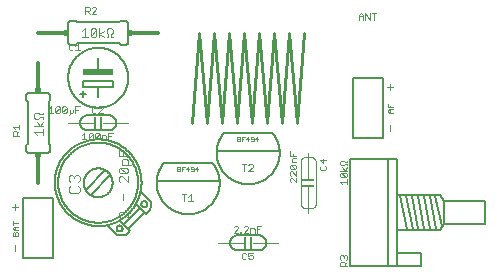
<source format=gto>
G75*
%MOIN*%
%OFA0B0*%
%FSLAX25Y25*%
%IPPOS*%
%LPD*%
%AMOC8*
5,1,8,0,0,1.08239X$1,22.5*
%
%ADD10C,0.00500*%
%ADD11C,0.00200*%
%ADD12C,0.00300*%
%ADD13C,0.00400*%
%ADD14C,0.00100*%
%ADD15R,0.04000X0.01000*%
%ADD16C,0.01000*%
%ADD17C,0.00800*%
%ADD18C,0.00600*%
%ADD19R,0.01500X0.02000*%
%ADD20C,0.01200*%
%ADD21R,0.01000X0.04000*%
%ADD22R,0.10000X0.02000*%
%ADD23R,0.02000X0.01500*%
D10*
X0006000Y0006000D02*
X0016000Y0006000D01*
X0016000Y0026000D01*
X0006000Y0026000D01*
X0006000Y0006000D01*
X0034143Y0016640D02*
X0037352Y0013431D01*
X0038822Y0013538D01*
X0040293Y0013645D01*
X0041577Y0014928D01*
X0038230Y0018275D01*
X0039443Y0017132D02*
X0044850Y0022539D01*
X0043739Y0023784D02*
X0047086Y0020437D01*
X0048370Y0021721D01*
X0048482Y0023197D01*
X0048595Y0024674D01*
X0045227Y0028042D01*
X0050512Y0031500D02*
X0071488Y0031500D01*
X0069248Y0037500D02*
X0052752Y0037500D01*
X0052600Y0037303D01*
X0052453Y0037101D01*
X0052310Y0036897D01*
X0052173Y0036689D01*
X0052040Y0036478D01*
X0051912Y0036263D01*
X0051790Y0036046D01*
X0051673Y0035826D01*
X0051561Y0035603D01*
X0051454Y0035378D01*
X0050512Y0031500D02*
X0050503Y0031244D01*
X0050500Y0030988D01*
X0050503Y0030732D01*
X0050513Y0030476D01*
X0050529Y0030221D01*
X0050551Y0029966D01*
X0050579Y0029711D01*
X0050614Y0029458D01*
X0050655Y0029205D01*
X0050701Y0028953D01*
X0050754Y0028703D01*
X0050813Y0028454D01*
X0050879Y0028206D01*
X0050950Y0027960D01*
X0051027Y0027716D01*
X0051110Y0027474D01*
X0051199Y0027234D01*
X0051293Y0026996D01*
X0051394Y0026761D01*
X0051500Y0026528D01*
X0045360Y0023918D02*
X0045362Y0023981D01*
X0045368Y0024043D01*
X0045378Y0024105D01*
X0045391Y0024167D01*
X0045409Y0024227D01*
X0045430Y0024286D01*
X0045455Y0024344D01*
X0045484Y0024400D01*
X0045516Y0024454D01*
X0045551Y0024506D01*
X0045589Y0024555D01*
X0045631Y0024603D01*
X0045675Y0024647D01*
X0045723Y0024689D01*
X0045772Y0024727D01*
X0045824Y0024762D01*
X0045878Y0024794D01*
X0045934Y0024823D01*
X0045992Y0024848D01*
X0046051Y0024869D01*
X0046111Y0024887D01*
X0046173Y0024900D01*
X0046235Y0024910D01*
X0046297Y0024916D01*
X0046360Y0024918D01*
X0046423Y0024916D01*
X0046485Y0024910D01*
X0046547Y0024900D01*
X0046609Y0024887D01*
X0046669Y0024869D01*
X0046728Y0024848D01*
X0046786Y0024823D01*
X0046842Y0024794D01*
X0046896Y0024762D01*
X0046948Y0024727D01*
X0046997Y0024689D01*
X0047045Y0024647D01*
X0047089Y0024603D01*
X0047131Y0024555D01*
X0047169Y0024506D01*
X0047204Y0024454D01*
X0047236Y0024400D01*
X0047265Y0024344D01*
X0047290Y0024286D01*
X0047311Y0024227D01*
X0047329Y0024167D01*
X0047342Y0024105D01*
X0047352Y0024043D01*
X0047358Y0023981D01*
X0047360Y0023918D01*
X0047358Y0023855D01*
X0047352Y0023793D01*
X0047342Y0023731D01*
X0047329Y0023669D01*
X0047311Y0023609D01*
X0047290Y0023550D01*
X0047265Y0023492D01*
X0047236Y0023436D01*
X0047204Y0023382D01*
X0047169Y0023330D01*
X0047131Y0023281D01*
X0047089Y0023233D01*
X0047045Y0023189D01*
X0046997Y0023147D01*
X0046948Y0023109D01*
X0046896Y0023074D01*
X0046842Y0023042D01*
X0046786Y0023013D01*
X0046728Y0022988D01*
X0046669Y0022967D01*
X0046609Y0022949D01*
X0046547Y0022936D01*
X0046485Y0022926D01*
X0046423Y0022920D01*
X0046360Y0022918D01*
X0046297Y0022920D01*
X0046235Y0022926D01*
X0046173Y0022936D01*
X0046111Y0022949D01*
X0046051Y0022967D01*
X0045992Y0022988D01*
X0045934Y0023013D01*
X0045878Y0023042D01*
X0045824Y0023074D01*
X0045772Y0023109D01*
X0045723Y0023147D01*
X0045675Y0023189D01*
X0045631Y0023233D01*
X0045589Y0023281D01*
X0045551Y0023330D01*
X0045516Y0023382D01*
X0045484Y0023436D01*
X0045455Y0023492D01*
X0045430Y0023550D01*
X0045409Y0023609D01*
X0045391Y0023669D01*
X0045378Y0023731D01*
X0045368Y0023793D01*
X0045362Y0023855D01*
X0045360Y0023918D01*
X0046253Y0020823D02*
X0043722Y0018292D01*
X0043721Y0018292D02*
X0040940Y0015511D01*
X0037107Y0015720D02*
X0037109Y0015783D01*
X0037115Y0015845D01*
X0037125Y0015907D01*
X0037138Y0015969D01*
X0037156Y0016029D01*
X0037177Y0016088D01*
X0037202Y0016146D01*
X0037231Y0016202D01*
X0037263Y0016256D01*
X0037298Y0016308D01*
X0037336Y0016357D01*
X0037378Y0016405D01*
X0037422Y0016449D01*
X0037470Y0016491D01*
X0037519Y0016529D01*
X0037571Y0016564D01*
X0037625Y0016596D01*
X0037681Y0016625D01*
X0037739Y0016650D01*
X0037798Y0016671D01*
X0037858Y0016689D01*
X0037920Y0016702D01*
X0037982Y0016712D01*
X0038044Y0016718D01*
X0038107Y0016720D01*
X0038170Y0016718D01*
X0038232Y0016712D01*
X0038294Y0016702D01*
X0038356Y0016689D01*
X0038416Y0016671D01*
X0038475Y0016650D01*
X0038533Y0016625D01*
X0038589Y0016596D01*
X0038643Y0016564D01*
X0038695Y0016529D01*
X0038744Y0016491D01*
X0038792Y0016449D01*
X0038836Y0016405D01*
X0038878Y0016357D01*
X0038916Y0016308D01*
X0038951Y0016256D01*
X0038983Y0016202D01*
X0039012Y0016146D01*
X0039037Y0016088D01*
X0039058Y0016029D01*
X0039076Y0015969D01*
X0039089Y0015907D01*
X0039099Y0015845D01*
X0039105Y0015783D01*
X0039107Y0015720D01*
X0039105Y0015657D01*
X0039099Y0015595D01*
X0039089Y0015533D01*
X0039076Y0015471D01*
X0039058Y0015411D01*
X0039037Y0015352D01*
X0039012Y0015294D01*
X0038983Y0015238D01*
X0038951Y0015184D01*
X0038916Y0015132D01*
X0038878Y0015083D01*
X0038836Y0015035D01*
X0038792Y0014991D01*
X0038744Y0014949D01*
X0038695Y0014911D01*
X0038643Y0014876D01*
X0038589Y0014844D01*
X0038533Y0014815D01*
X0038475Y0014790D01*
X0038416Y0014769D01*
X0038356Y0014751D01*
X0038294Y0014738D01*
X0038232Y0014728D01*
X0038170Y0014722D01*
X0038107Y0014720D01*
X0038044Y0014722D01*
X0037982Y0014728D01*
X0037920Y0014738D01*
X0037858Y0014751D01*
X0037798Y0014769D01*
X0037739Y0014790D01*
X0037681Y0014815D01*
X0037625Y0014844D01*
X0037571Y0014876D01*
X0037519Y0014911D01*
X0037470Y0014949D01*
X0037422Y0014991D01*
X0037378Y0015035D01*
X0037336Y0015083D01*
X0037298Y0015132D01*
X0037263Y0015184D01*
X0037231Y0015238D01*
X0037202Y0015294D01*
X0037177Y0015352D01*
X0037156Y0015411D01*
X0037138Y0015471D01*
X0037125Y0015533D01*
X0037115Y0015595D01*
X0037109Y0015657D01*
X0037107Y0015720D01*
X0028501Y0026988D02*
X0035009Y0033497D01*
X0033405Y0035101D02*
X0026896Y0028593D01*
X0017665Y0031000D02*
X0017669Y0031327D01*
X0017681Y0031654D01*
X0017701Y0031981D01*
X0017729Y0032307D01*
X0017765Y0032632D01*
X0017809Y0032957D01*
X0017861Y0033280D01*
X0017921Y0033602D01*
X0017989Y0033922D01*
X0018065Y0034240D01*
X0018148Y0034557D01*
X0018239Y0034871D01*
X0018338Y0035183D01*
X0018445Y0035492D01*
X0018559Y0035799D01*
X0018680Y0036103D01*
X0018809Y0036404D01*
X0018945Y0036701D01*
X0019089Y0036996D01*
X0019240Y0037286D01*
X0019397Y0037573D01*
X0019562Y0037856D01*
X0019734Y0038134D01*
X0019912Y0038409D01*
X0020098Y0038678D01*
X0020289Y0038944D01*
X0020487Y0039204D01*
X0020692Y0039460D01*
X0020903Y0039710D01*
X0021119Y0039955D01*
X0021342Y0040195D01*
X0021571Y0040429D01*
X0021805Y0040658D01*
X0022045Y0040881D01*
X0022290Y0041097D01*
X0022540Y0041308D01*
X0022796Y0041513D01*
X0023056Y0041711D01*
X0023322Y0041902D01*
X0023591Y0042088D01*
X0023866Y0042266D01*
X0024144Y0042438D01*
X0024427Y0042603D01*
X0024714Y0042760D01*
X0025004Y0042911D01*
X0025299Y0043055D01*
X0025596Y0043191D01*
X0025897Y0043320D01*
X0026201Y0043441D01*
X0026508Y0043555D01*
X0026817Y0043662D01*
X0027129Y0043761D01*
X0027443Y0043852D01*
X0027760Y0043935D01*
X0028078Y0044011D01*
X0028398Y0044079D01*
X0028720Y0044139D01*
X0029043Y0044191D01*
X0029368Y0044235D01*
X0029693Y0044271D01*
X0030019Y0044299D01*
X0030346Y0044319D01*
X0030673Y0044331D01*
X0031000Y0044335D01*
X0031327Y0044331D01*
X0031654Y0044319D01*
X0031981Y0044299D01*
X0032307Y0044271D01*
X0032632Y0044235D01*
X0032957Y0044191D01*
X0033280Y0044139D01*
X0033602Y0044079D01*
X0033922Y0044011D01*
X0034240Y0043935D01*
X0034557Y0043852D01*
X0034871Y0043761D01*
X0035183Y0043662D01*
X0035492Y0043555D01*
X0035799Y0043441D01*
X0036103Y0043320D01*
X0036404Y0043191D01*
X0036701Y0043055D01*
X0036996Y0042911D01*
X0037286Y0042760D01*
X0037573Y0042603D01*
X0037856Y0042438D01*
X0038134Y0042266D01*
X0038409Y0042088D01*
X0038678Y0041902D01*
X0038944Y0041711D01*
X0039204Y0041513D01*
X0039460Y0041308D01*
X0039710Y0041097D01*
X0039955Y0040881D01*
X0040195Y0040658D01*
X0040429Y0040429D01*
X0040658Y0040195D01*
X0040881Y0039955D01*
X0041097Y0039710D01*
X0041308Y0039460D01*
X0041513Y0039204D01*
X0041711Y0038944D01*
X0041902Y0038678D01*
X0042088Y0038409D01*
X0042266Y0038134D01*
X0042438Y0037856D01*
X0042603Y0037573D01*
X0042760Y0037286D01*
X0042911Y0036996D01*
X0043055Y0036701D01*
X0043191Y0036404D01*
X0043320Y0036103D01*
X0043441Y0035799D01*
X0043555Y0035492D01*
X0043662Y0035183D01*
X0043761Y0034871D01*
X0043852Y0034557D01*
X0043935Y0034240D01*
X0044011Y0033922D01*
X0044079Y0033602D01*
X0044139Y0033280D01*
X0044191Y0032957D01*
X0044235Y0032632D01*
X0044271Y0032307D01*
X0044299Y0031981D01*
X0044319Y0031654D01*
X0044331Y0031327D01*
X0044335Y0031000D01*
X0044331Y0030673D01*
X0044319Y0030346D01*
X0044299Y0030019D01*
X0044271Y0029693D01*
X0044235Y0029368D01*
X0044191Y0029043D01*
X0044139Y0028720D01*
X0044079Y0028398D01*
X0044011Y0028078D01*
X0043935Y0027760D01*
X0043852Y0027443D01*
X0043761Y0027129D01*
X0043662Y0026817D01*
X0043555Y0026508D01*
X0043441Y0026201D01*
X0043320Y0025897D01*
X0043191Y0025596D01*
X0043055Y0025299D01*
X0042911Y0025004D01*
X0042760Y0024714D01*
X0042603Y0024427D01*
X0042438Y0024144D01*
X0042266Y0023866D01*
X0042088Y0023591D01*
X0041902Y0023322D01*
X0041711Y0023056D01*
X0041513Y0022796D01*
X0041308Y0022540D01*
X0041097Y0022290D01*
X0040881Y0022045D01*
X0040658Y0021805D01*
X0040429Y0021571D01*
X0040195Y0021342D01*
X0039955Y0021119D01*
X0039710Y0020903D01*
X0039460Y0020692D01*
X0039204Y0020487D01*
X0038944Y0020289D01*
X0038678Y0020098D01*
X0038409Y0019912D01*
X0038134Y0019734D01*
X0037856Y0019562D01*
X0037573Y0019397D01*
X0037286Y0019240D01*
X0036996Y0019089D01*
X0036701Y0018945D01*
X0036404Y0018809D01*
X0036103Y0018680D01*
X0035799Y0018559D01*
X0035492Y0018445D01*
X0035183Y0018338D01*
X0034871Y0018239D01*
X0034557Y0018148D01*
X0034240Y0018065D01*
X0033922Y0017989D01*
X0033602Y0017921D01*
X0033280Y0017861D01*
X0032957Y0017809D01*
X0032632Y0017765D01*
X0032307Y0017729D01*
X0031981Y0017701D01*
X0031654Y0017681D01*
X0031327Y0017669D01*
X0031000Y0017665D01*
X0030673Y0017669D01*
X0030346Y0017681D01*
X0030019Y0017701D01*
X0029693Y0017729D01*
X0029368Y0017765D01*
X0029043Y0017809D01*
X0028720Y0017861D01*
X0028398Y0017921D01*
X0028078Y0017989D01*
X0027760Y0018065D01*
X0027443Y0018148D01*
X0027129Y0018239D01*
X0026817Y0018338D01*
X0026508Y0018445D01*
X0026201Y0018559D01*
X0025897Y0018680D01*
X0025596Y0018809D01*
X0025299Y0018945D01*
X0025004Y0019089D01*
X0024714Y0019240D01*
X0024427Y0019397D01*
X0024144Y0019562D01*
X0023866Y0019734D01*
X0023591Y0019912D01*
X0023322Y0020098D01*
X0023056Y0020289D01*
X0022796Y0020487D01*
X0022540Y0020692D01*
X0022290Y0020903D01*
X0022045Y0021119D01*
X0021805Y0021342D01*
X0021571Y0021571D01*
X0021342Y0021805D01*
X0021119Y0022045D01*
X0020903Y0022290D01*
X0020692Y0022540D01*
X0020487Y0022796D01*
X0020289Y0023056D01*
X0020098Y0023322D01*
X0019912Y0023591D01*
X0019734Y0023866D01*
X0019562Y0024144D01*
X0019397Y0024427D01*
X0019240Y0024714D01*
X0019089Y0025004D01*
X0018945Y0025299D01*
X0018809Y0025596D01*
X0018680Y0025897D01*
X0018559Y0026201D01*
X0018445Y0026508D01*
X0018338Y0026817D01*
X0018239Y0027129D01*
X0018148Y0027443D01*
X0018065Y0027760D01*
X0017989Y0028078D01*
X0017921Y0028398D01*
X0017861Y0028720D01*
X0017809Y0029043D01*
X0017765Y0029368D01*
X0017729Y0029693D01*
X0017701Y0030019D01*
X0017681Y0030346D01*
X0017669Y0030673D01*
X0017665Y0031000D01*
X0016556Y0031000D02*
X0016560Y0031354D01*
X0016573Y0031709D01*
X0016595Y0032063D01*
X0016626Y0032416D01*
X0016665Y0032768D01*
X0016712Y0033119D01*
X0016769Y0033469D01*
X0016834Y0033818D01*
X0016907Y0034165D01*
X0016989Y0034510D01*
X0017079Y0034852D01*
X0017178Y0035193D01*
X0017285Y0035531D01*
X0017400Y0035866D01*
X0017524Y0036198D01*
X0017655Y0036527D01*
X0017795Y0036853D01*
X0017943Y0037176D01*
X0018098Y0037494D01*
X0018262Y0037809D01*
X0018432Y0038119D01*
X0018611Y0038426D01*
X0018797Y0038728D01*
X0018990Y0039025D01*
X0019191Y0039317D01*
X0019398Y0039604D01*
X0019613Y0039886D01*
X0019835Y0040163D01*
X0020063Y0040434D01*
X0020298Y0040700D01*
X0020539Y0040960D01*
X0020787Y0041213D01*
X0021040Y0041461D01*
X0021300Y0041702D01*
X0021566Y0041937D01*
X0021837Y0042165D01*
X0022114Y0042387D01*
X0022396Y0042602D01*
X0022683Y0042809D01*
X0022975Y0043010D01*
X0023272Y0043203D01*
X0023574Y0043389D01*
X0023881Y0043568D01*
X0024191Y0043738D01*
X0024506Y0043902D01*
X0024824Y0044057D01*
X0025147Y0044205D01*
X0025473Y0044345D01*
X0025802Y0044476D01*
X0026134Y0044600D01*
X0026469Y0044715D01*
X0026807Y0044822D01*
X0027148Y0044921D01*
X0027490Y0045011D01*
X0027835Y0045093D01*
X0028182Y0045166D01*
X0028531Y0045231D01*
X0028881Y0045288D01*
X0029232Y0045335D01*
X0029584Y0045374D01*
X0029937Y0045405D01*
X0030291Y0045427D01*
X0030646Y0045440D01*
X0031000Y0045444D01*
X0031354Y0045440D01*
X0031709Y0045427D01*
X0032063Y0045405D01*
X0032416Y0045374D01*
X0032768Y0045335D01*
X0033119Y0045288D01*
X0033469Y0045231D01*
X0033818Y0045166D01*
X0034165Y0045093D01*
X0034510Y0045011D01*
X0034852Y0044921D01*
X0035193Y0044822D01*
X0035531Y0044715D01*
X0035866Y0044600D01*
X0036198Y0044476D01*
X0036527Y0044345D01*
X0036853Y0044205D01*
X0037176Y0044057D01*
X0037494Y0043902D01*
X0037809Y0043738D01*
X0038119Y0043568D01*
X0038426Y0043389D01*
X0038728Y0043203D01*
X0039025Y0043010D01*
X0039317Y0042809D01*
X0039604Y0042602D01*
X0039886Y0042387D01*
X0040163Y0042165D01*
X0040434Y0041937D01*
X0040700Y0041702D01*
X0040960Y0041461D01*
X0041213Y0041213D01*
X0041461Y0040960D01*
X0041702Y0040700D01*
X0041937Y0040434D01*
X0042165Y0040163D01*
X0042387Y0039886D01*
X0042602Y0039604D01*
X0042809Y0039317D01*
X0043010Y0039025D01*
X0043203Y0038728D01*
X0043389Y0038426D01*
X0043568Y0038119D01*
X0043738Y0037809D01*
X0043902Y0037494D01*
X0044057Y0037176D01*
X0044205Y0036853D01*
X0044345Y0036527D01*
X0044476Y0036198D01*
X0044600Y0035866D01*
X0044715Y0035531D01*
X0044822Y0035193D01*
X0044921Y0034852D01*
X0045011Y0034510D01*
X0045093Y0034165D01*
X0045166Y0033818D01*
X0045231Y0033469D01*
X0045288Y0033119D01*
X0045335Y0032768D01*
X0045374Y0032416D01*
X0045405Y0032063D01*
X0045427Y0031709D01*
X0045440Y0031354D01*
X0045444Y0031000D01*
X0045440Y0030646D01*
X0045427Y0030291D01*
X0045405Y0029937D01*
X0045374Y0029584D01*
X0045335Y0029232D01*
X0045288Y0028881D01*
X0045231Y0028531D01*
X0045166Y0028182D01*
X0045093Y0027835D01*
X0045011Y0027490D01*
X0044921Y0027148D01*
X0044822Y0026807D01*
X0044715Y0026469D01*
X0044600Y0026134D01*
X0044476Y0025802D01*
X0044345Y0025473D01*
X0044205Y0025147D01*
X0044057Y0024824D01*
X0043902Y0024506D01*
X0043738Y0024191D01*
X0043568Y0023881D01*
X0043389Y0023574D01*
X0043203Y0023272D01*
X0043010Y0022975D01*
X0042809Y0022683D01*
X0042602Y0022396D01*
X0042387Y0022114D01*
X0042165Y0021837D01*
X0041937Y0021566D01*
X0041702Y0021300D01*
X0041461Y0021040D01*
X0041213Y0020787D01*
X0040960Y0020539D01*
X0040700Y0020298D01*
X0040434Y0020063D01*
X0040163Y0019835D01*
X0039886Y0019613D01*
X0039604Y0019398D01*
X0039317Y0019191D01*
X0039025Y0018990D01*
X0038728Y0018797D01*
X0038426Y0018611D01*
X0038119Y0018432D01*
X0037809Y0018262D01*
X0037494Y0018098D01*
X0037176Y0017943D01*
X0036853Y0017795D01*
X0036527Y0017655D01*
X0036198Y0017524D01*
X0035866Y0017400D01*
X0035531Y0017285D01*
X0035193Y0017178D01*
X0034852Y0017079D01*
X0034510Y0016989D01*
X0034165Y0016907D01*
X0033818Y0016834D01*
X0033469Y0016769D01*
X0033119Y0016712D01*
X0032768Y0016665D01*
X0032416Y0016626D01*
X0032063Y0016595D01*
X0031709Y0016573D01*
X0031354Y0016560D01*
X0031000Y0016556D01*
X0030646Y0016560D01*
X0030291Y0016573D01*
X0029937Y0016595D01*
X0029584Y0016626D01*
X0029232Y0016665D01*
X0028881Y0016712D01*
X0028531Y0016769D01*
X0028182Y0016834D01*
X0027835Y0016907D01*
X0027490Y0016989D01*
X0027148Y0017079D01*
X0026807Y0017178D01*
X0026469Y0017285D01*
X0026134Y0017400D01*
X0025802Y0017524D01*
X0025473Y0017655D01*
X0025147Y0017795D01*
X0024824Y0017943D01*
X0024506Y0018098D01*
X0024191Y0018262D01*
X0023881Y0018432D01*
X0023574Y0018611D01*
X0023272Y0018797D01*
X0022975Y0018990D01*
X0022683Y0019191D01*
X0022396Y0019398D01*
X0022114Y0019613D01*
X0021837Y0019835D01*
X0021566Y0020063D01*
X0021300Y0020298D01*
X0021040Y0020539D01*
X0020787Y0020787D01*
X0020539Y0021040D01*
X0020298Y0021300D01*
X0020063Y0021566D01*
X0019835Y0021837D01*
X0019613Y0022114D01*
X0019398Y0022396D01*
X0019191Y0022683D01*
X0018990Y0022975D01*
X0018797Y0023272D01*
X0018611Y0023574D01*
X0018432Y0023881D01*
X0018262Y0024191D01*
X0018098Y0024506D01*
X0017943Y0024824D01*
X0017795Y0025147D01*
X0017655Y0025473D01*
X0017524Y0025802D01*
X0017400Y0026134D01*
X0017285Y0026469D01*
X0017178Y0026807D01*
X0017079Y0027148D01*
X0016989Y0027490D01*
X0016907Y0027835D01*
X0016834Y0028182D01*
X0016769Y0028531D01*
X0016712Y0028881D01*
X0016665Y0029232D01*
X0016626Y0029584D01*
X0016595Y0029937D01*
X0016573Y0030291D01*
X0016560Y0030646D01*
X0016556Y0031000D01*
X0026200Y0031000D02*
X0026202Y0031138D01*
X0026208Y0031277D01*
X0026218Y0031415D01*
X0026232Y0031552D01*
X0026250Y0031689D01*
X0026272Y0031826D01*
X0026297Y0031962D01*
X0026327Y0032097D01*
X0026361Y0032231D01*
X0026398Y0032364D01*
X0026439Y0032496D01*
X0026484Y0032627D01*
X0026533Y0032757D01*
X0026585Y0032885D01*
X0026642Y0033011D01*
X0026701Y0033136D01*
X0026765Y0033259D01*
X0026832Y0033380D01*
X0026902Y0033499D01*
X0026976Y0033616D01*
X0027053Y0033731D01*
X0027133Y0033844D01*
X0027217Y0033954D01*
X0027303Y0034062D01*
X0027393Y0034167D01*
X0027486Y0034270D01*
X0027582Y0034370D01*
X0027680Y0034467D01*
X0027781Y0034561D01*
X0027885Y0034652D01*
X0027992Y0034740D01*
X0028101Y0034826D01*
X0028212Y0034908D01*
X0028326Y0034986D01*
X0028442Y0035062D01*
X0028560Y0035134D01*
X0028680Y0035202D01*
X0028802Y0035267D01*
X0028926Y0035329D01*
X0029052Y0035387D01*
X0029179Y0035441D01*
X0029308Y0035492D01*
X0029438Y0035539D01*
X0029569Y0035582D01*
X0029702Y0035621D01*
X0029836Y0035657D01*
X0029970Y0035688D01*
X0030106Y0035716D01*
X0030242Y0035740D01*
X0030379Y0035760D01*
X0030517Y0035776D01*
X0030654Y0035788D01*
X0030793Y0035796D01*
X0030931Y0035800D01*
X0031069Y0035800D01*
X0031207Y0035796D01*
X0031346Y0035788D01*
X0031483Y0035776D01*
X0031621Y0035760D01*
X0031758Y0035740D01*
X0031894Y0035716D01*
X0032030Y0035688D01*
X0032164Y0035657D01*
X0032298Y0035621D01*
X0032431Y0035582D01*
X0032562Y0035539D01*
X0032692Y0035492D01*
X0032821Y0035441D01*
X0032948Y0035387D01*
X0033074Y0035329D01*
X0033198Y0035267D01*
X0033320Y0035202D01*
X0033440Y0035134D01*
X0033558Y0035062D01*
X0033674Y0034986D01*
X0033788Y0034908D01*
X0033899Y0034826D01*
X0034008Y0034740D01*
X0034115Y0034652D01*
X0034219Y0034561D01*
X0034320Y0034467D01*
X0034418Y0034370D01*
X0034514Y0034270D01*
X0034607Y0034167D01*
X0034697Y0034062D01*
X0034783Y0033954D01*
X0034867Y0033844D01*
X0034947Y0033731D01*
X0035024Y0033616D01*
X0035098Y0033499D01*
X0035168Y0033380D01*
X0035235Y0033259D01*
X0035299Y0033136D01*
X0035358Y0033011D01*
X0035415Y0032885D01*
X0035467Y0032757D01*
X0035516Y0032627D01*
X0035561Y0032496D01*
X0035602Y0032364D01*
X0035639Y0032231D01*
X0035673Y0032097D01*
X0035703Y0031962D01*
X0035728Y0031826D01*
X0035750Y0031689D01*
X0035768Y0031552D01*
X0035782Y0031415D01*
X0035792Y0031277D01*
X0035798Y0031138D01*
X0035800Y0031000D01*
X0035798Y0030862D01*
X0035792Y0030723D01*
X0035782Y0030585D01*
X0035768Y0030448D01*
X0035750Y0030311D01*
X0035728Y0030174D01*
X0035703Y0030038D01*
X0035673Y0029903D01*
X0035639Y0029769D01*
X0035602Y0029636D01*
X0035561Y0029504D01*
X0035516Y0029373D01*
X0035467Y0029243D01*
X0035415Y0029115D01*
X0035358Y0028989D01*
X0035299Y0028864D01*
X0035235Y0028741D01*
X0035168Y0028620D01*
X0035098Y0028501D01*
X0035024Y0028384D01*
X0034947Y0028269D01*
X0034867Y0028156D01*
X0034783Y0028046D01*
X0034697Y0027938D01*
X0034607Y0027833D01*
X0034514Y0027730D01*
X0034418Y0027630D01*
X0034320Y0027533D01*
X0034219Y0027439D01*
X0034115Y0027348D01*
X0034008Y0027260D01*
X0033899Y0027174D01*
X0033788Y0027092D01*
X0033674Y0027014D01*
X0033558Y0026938D01*
X0033440Y0026866D01*
X0033320Y0026798D01*
X0033198Y0026733D01*
X0033074Y0026671D01*
X0032948Y0026613D01*
X0032821Y0026559D01*
X0032692Y0026508D01*
X0032562Y0026461D01*
X0032431Y0026418D01*
X0032298Y0026379D01*
X0032164Y0026343D01*
X0032030Y0026312D01*
X0031894Y0026284D01*
X0031758Y0026260D01*
X0031621Y0026240D01*
X0031483Y0026224D01*
X0031346Y0026212D01*
X0031207Y0026204D01*
X0031069Y0026200D01*
X0030931Y0026200D01*
X0030793Y0026204D01*
X0030654Y0026212D01*
X0030517Y0026224D01*
X0030379Y0026240D01*
X0030242Y0026260D01*
X0030106Y0026284D01*
X0029970Y0026312D01*
X0029836Y0026343D01*
X0029702Y0026379D01*
X0029569Y0026418D01*
X0029438Y0026461D01*
X0029308Y0026508D01*
X0029179Y0026559D01*
X0029052Y0026613D01*
X0028926Y0026671D01*
X0028802Y0026733D01*
X0028680Y0026798D01*
X0028560Y0026866D01*
X0028442Y0026938D01*
X0028326Y0027014D01*
X0028212Y0027092D01*
X0028101Y0027174D01*
X0027992Y0027260D01*
X0027885Y0027348D01*
X0027781Y0027439D01*
X0027680Y0027533D01*
X0027582Y0027630D01*
X0027486Y0027730D01*
X0027393Y0027833D01*
X0027303Y0027938D01*
X0027217Y0028046D01*
X0027133Y0028156D01*
X0027053Y0028269D01*
X0026976Y0028384D01*
X0026902Y0028501D01*
X0026832Y0028620D01*
X0026765Y0028741D01*
X0026701Y0028864D01*
X0026642Y0028989D01*
X0026585Y0029115D01*
X0026533Y0029243D01*
X0026484Y0029373D01*
X0026439Y0029504D01*
X0026398Y0029636D01*
X0026361Y0029769D01*
X0026327Y0029903D01*
X0026297Y0030038D01*
X0026272Y0030174D01*
X0026250Y0030311D01*
X0026232Y0030448D01*
X0026218Y0030585D01*
X0026208Y0030723D01*
X0026202Y0030862D01*
X0026200Y0031000D01*
X0027500Y0048500D02*
X0034500Y0048500D01*
X0034598Y0048502D01*
X0034696Y0048508D01*
X0034794Y0048517D01*
X0034891Y0048531D01*
X0034988Y0048548D01*
X0035084Y0048569D01*
X0035179Y0048594D01*
X0035273Y0048622D01*
X0035365Y0048655D01*
X0035457Y0048690D01*
X0035547Y0048730D01*
X0035635Y0048772D01*
X0035722Y0048819D01*
X0035806Y0048868D01*
X0035889Y0048921D01*
X0035969Y0048977D01*
X0036048Y0049037D01*
X0036124Y0049099D01*
X0036197Y0049164D01*
X0036268Y0049232D01*
X0036336Y0049303D01*
X0036401Y0049376D01*
X0036463Y0049452D01*
X0036523Y0049531D01*
X0036579Y0049611D01*
X0036632Y0049694D01*
X0036681Y0049778D01*
X0036728Y0049865D01*
X0036770Y0049953D01*
X0036810Y0050043D01*
X0036845Y0050135D01*
X0036878Y0050227D01*
X0036906Y0050321D01*
X0036931Y0050416D01*
X0036952Y0050512D01*
X0036969Y0050609D01*
X0036983Y0050706D01*
X0036992Y0050804D01*
X0036998Y0050902D01*
X0037000Y0051000D01*
X0036998Y0051098D01*
X0036992Y0051196D01*
X0036983Y0051294D01*
X0036969Y0051391D01*
X0036952Y0051488D01*
X0036931Y0051584D01*
X0036906Y0051679D01*
X0036878Y0051773D01*
X0036845Y0051865D01*
X0036810Y0051957D01*
X0036770Y0052047D01*
X0036728Y0052135D01*
X0036681Y0052222D01*
X0036632Y0052306D01*
X0036579Y0052389D01*
X0036523Y0052469D01*
X0036463Y0052548D01*
X0036401Y0052624D01*
X0036336Y0052697D01*
X0036268Y0052768D01*
X0036197Y0052836D01*
X0036124Y0052901D01*
X0036048Y0052963D01*
X0035969Y0053023D01*
X0035889Y0053079D01*
X0035806Y0053132D01*
X0035722Y0053181D01*
X0035635Y0053228D01*
X0035547Y0053270D01*
X0035457Y0053310D01*
X0035365Y0053345D01*
X0035273Y0053378D01*
X0035179Y0053406D01*
X0035084Y0053431D01*
X0034988Y0053452D01*
X0034891Y0053469D01*
X0034794Y0053483D01*
X0034696Y0053492D01*
X0034598Y0053498D01*
X0034500Y0053500D01*
X0027500Y0053500D01*
X0027402Y0053498D01*
X0027304Y0053492D01*
X0027206Y0053483D01*
X0027109Y0053469D01*
X0027012Y0053452D01*
X0026916Y0053431D01*
X0026821Y0053406D01*
X0026727Y0053378D01*
X0026635Y0053345D01*
X0026543Y0053310D01*
X0026453Y0053270D01*
X0026365Y0053228D01*
X0026278Y0053181D01*
X0026194Y0053132D01*
X0026111Y0053079D01*
X0026031Y0053023D01*
X0025952Y0052963D01*
X0025876Y0052901D01*
X0025803Y0052836D01*
X0025732Y0052768D01*
X0025664Y0052697D01*
X0025599Y0052624D01*
X0025537Y0052548D01*
X0025477Y0052469D01*
X0025421Y0052389D01*
X0025368Y0052306D01*
X0025319Y0052222D01*
X0025272Y0052135D01*
X0025230Y0052047D01*
X0025190Y0051957D01*
X0025155Y0051865D01*
X0025122Y0051773D01*
X0025094Y0051679D01*
X0025069Y0051584D01*
X0025048Y0051488D01*
X0025031Y0051391D01*
X0025017Y0051294D01*
X0025008Y0051196D01*
X0025002Y0051098D01*
X0025000Y0051000D01*
X0025002Y0050902D01*
X0025008Y0050804D01*
X0025017Y0050706D01*
X0025031Y0050609D01*
X0025048Y0050512D01*
X0025069Y0050416D01*
X0025094Y0050321D01*
X0025122Y0050227D01*
X0025155Y0050135D01*
X0025190Y0050043D01*
X0025230Y0049953D01*
X0025272Y0049865D01*
X0025319Y0049778D01*
X0025368Y0049694D01*
X0025421Y0049611D01*
X0025477Y0049531D01*
X0025537Y0049452D01*
X0025599Y0049376D01*
X0025664Y0049303D01*
X0025732Y0049232D01*
X0025803Y0049164D01*
X0025876Y0049099D01*
X0025952Y0049037D01*
X0026031Y0048977D01*
X0026111Y0048921D01*
X0026194Y0048868D01*
X0026278Y0048819D01*
X0026365Y0048772D01*
X0026453Y0048730D01*
X0026543Y0048690D01*
X0026635Y0048655D01*
X0026727Y0048622D01*
X0026821Y0048594D01*
X0026916Y0048569D01*
X0027012Y0048548D01*
X0027109Y0048531D01*
X0027206Y0048517D01*
X0027304Y0048508D01*
X0027402Y0048502D01*
X0027500Y0048500D01*
X0025000Y0051000D02*
X0025002Y0051098D01*
X0025008Y0051196D01*
X0025017Y0051294D01*
X0025031Y0051391D01*
X0025048Y0051488D01*
X0025069Y0051584D01*
X0025094Y0051679D01*
X0025122Y0051773D01*
X0025155Y0051865D01*
X0025190Y0051957D01*
X0025230Y0052047D01*
X0025272Y0052135D01*
X0025319Y0052222D01*
X0025368Y0052306D01*
X0025421Y0052389D01*
X0025477Y0052469D01*
X0025537Y0052548D01*
X0025599Y0052624D01*
X0025664Y0052697D01*
X0025732Y0052768D01*
X0025803Y0052836D01*
X0025876Y0052901D01*
X0025952Y0052963D01*
X0026031Y0053023D01*
X0026111Y0053079D01*
X0026194Y0053132D01*
X0026278Y0053181D01*
X0026365Y0053228D01*
X0026453Y0053270D01*
X0026543Y0053310D01*
X0026635Y0053345D01*
X0026727Y0053378D01*
X0026821Y0053406D01*
X0026916Y0053431D01*
X0027012Y0053452D01*
X0027109Y0053469D01*
X0027206Y0053483D01*
X0027304Y0053492D01*
X0027402Y0053498D01*
X0027500Y0053500D01*
X0071488Y0031500D02*
X0071497Y0031244D01*
X0071500Y0030988D01*
X0071497Y0030732D01*
X0071487Y0030476D01*
X0071471Y0030221D01*
X0071449Y0029966D01*
X0071421Y0029711D01*
X0071386Y0029458D01*
X0071345Y0029205D01*
X0071299Y0028953D01*
X0071246Y0028703D01*
X0071187Y0028454D01*
X0071121Y0028206D01*
X0071050Y0027960D01*
X0070973Y0027716D01*
X0070890Y0027474D01*
X0070801Y0027234D01*
X0070707Y0026996D01*
X0070606Y0026761D01*
X0070500Y0026528D01*
X0070502Y0035472D02*
X0070398Y0035687D01*
X0070289Y0035900D01*
X0070175Y0036110D01*
X0070056Y0036317D01*
X0069933Y0036522D01*
X0069805Y0036724D01*
X0069672Y0036923D01*
X0069535Y0037118D01*
X0069394Y0037311D01*
X0069248Y0037500D01*
X0070512Y0041500D02*
X0091488Y0041500D01*
X0089248Y0047500D02*
X0072752Y0047500D01*
X0072600Y0047303D01*
X0072453Y0047101D01*
X0072310Y0046897D01*
X0072173Y0046689D01*
X0072040Y0046478D01*
X0071912Y0046263D01*
X0071790Y0046046D01*
X0071673Y0045826D01*
X0071561Y0045603D01*
X0071454Y0045378D01*
X0070512Y0041500D02*
X0070503Y0041244D01*
X0070500Y0040988D01*
X0070503Y0040732D01*
X0070513Y0040476D01*
X0070529Y0040221D01*
X0070551Y0039966D01*
X0070579Y0039711D01*
X0070614Y0039458D01*
X0070655Y0039205D01*
X0070701Y0038953D01*
X0070754Y0038703D01*
X0070813Y0038454D01*
X0070879Y0038206D01*
X0070950Y0037960D01*
X0071027Y0037716D01*
X0071110Y0037474D01*
X0071199Y0037234D01*
X0071293Y0036996D01*
X0071394Y0036761D01*
X0071500Y0036528D01*
X0070512Y0041500D02*
X0070527Y0041757D01*
X0070549Y0042014D01*
X0070577Y0042270D01*
X0070611Y0042525D01*
X0070652Y0042779D01*
X0070699Y0043032D01*
X0070752Y0043284D01*
X0070811Y0043535D01*
X0070876Y0043784D01*
X0070947Y0044031D01*
X0071024Y0044277D01*
X0071108Y0044521D01*
X0071197Y0044762D01*
X0071292Y0045001D01*
X0071393Y0045238D01*
X0071500Y0045472D01*
X0091488Y0041500D02*
X0091497Y0041244D01*
X0091500Y0040988D01*
X0091497Y0040732D01*
X0091487Y0040476D01*
X0091471Y0040221D01*
X0091449Y0039966D01*
X0091421Y0039711D01*
X0091386Y0039458D01*
X0091345Y0039205D01*
X0091299Y0038953D01*
X0091246Y0038703D01*
X0091187Y0038454D01*
X0091121Y0038206D01*
X0091050Y0037960D01*
X0090973Y0037716D01*
X0090890Y0037474D01*
X0090801Y0037234D01*
X0090707Y0036996D01*
X0090606Y0036761D01*
X0090500Y0036528D01*
X0090502Y0045472D02*
X0090398Y0045687D01*
X0090289Y0045900D01*
X0090175Y0046110D01*
X0090056Y0046317D01*
X0089933Y0046522D01*
X0089805Y0046724D01*
X0089672Y0046923D01*
X0089535Y0047118D01*
X0089394Y0047311D01*
X0089248Y0047500D01*
X0090500Y0036528D02*
X0090388Y0036298D01*
X0090271Y0036071D01*
X0090149Y0035847D01*
X0090021Y0035626D01*
X0089887Y0035409D01*
X0089749Y0035194D01*
X0089605Y0034983D01*
X0089456Y0034776D01*
X0089302Y0034572D01*
X0089144Y0034372D01*
X0088980Y0034176D01*
X0088812Y0033984D01*
X0088639Y0033796D01*
X0088461Y0033612D01*
X0088280Y0033433D01*
X0088093Y0033258D01*
X0087903Y0033088D01*
X0087709Y0032923D01*
X0087510Y0032762D01*
X0087308Y0032606D01*
X0087102Y0032455D01*
X0086892Y0032309D01*
X0086679Y0032169D01*
X0086463Y0032033D01*
X0086243Y0031903D01*
X0086020Y0031778D01*
X0085795Y0031659D01*
X0085566Y0031545D01*
X0085335Y0031437D01*
X0085101Y0031334D01*
X0084865Y0031237D01*
X0084626Y0031146D01*
X0084386Y0031061D01*
X0084143Y0030981D01*
X0083898Y0030908D01*
X0083652Y0030840D01*
X0083404Y0030779D01*
X0083155Y0030724D01*
X0082905Y0030674D01*
X0082653Y0030631D01*
X0082400Y0030594D01*
X0082147Y0030563D01*
X0081893Y0030538D01*
X0081638Y0030519D01*
X0081383Y0030507D01*
X0081128Y0030501D01*
X0080872Y0030501D01*
X0080617Y0030507D01*
X0080362Y0030519D01*
X0080107Y0030538D01*
X0079853Y0030563D01*
X0079600Y0030594D01*
X0079347Y0030631D01*
X0079095Y0030674D01*
X0078845Y0030724D01*
X0078596Y0030779D01*
X0078348Y0030840D01*
X0078102Y0030908D01*
X0077857Y0030981D01*
X0077614Y0031061D01*
X0077374Y0031146D01*
X0077135Y0031237D01*
X0076899Y0031334D01*
X0076665Y0031437D01*
X0076434Y0031545D01*
X0076205Y0031659D01*
X0075980Y0031778D01*
X0075757Y0031903D01*
X0075537Y0032033D01*
X0075321Y0032169D01*
X0075108Y0032309D01*
X0074898Y0032455D01*
X0074692Y0032606D01*
X0074490Y0032762D01*
X0074291Y0032923D01*
X0074097Y0033088D01*
X0073907Y0033258D01*
X0073720Y0033433D01*
X0073539Y0033612D01*
X0073361Y0033796D01*
X0073188Y0033984D01*
X0073020Y0034176D01*
X0072856Y0034372D01*
X0072698Y0034572D01*
X0072544Y0034776D01*
X0072395Y0034983D01*
X0072251Y0035194D01*
X0072113Y0035409D01*
X0071979Y0035626D01*
X0071851Y0035847D01*
X0071729Y0036071D01*
X0071612Y0036298D01*
X0071500Y0036528D01*
X0091488Y0041500D02*
X0091473Y0041757D01*
X0091451Y0042014D01*
X0091423Y0042270D01*
X0091389Y0042525D01*
X0091348Y0042779D01*
X0091301Y0043032D01*
X0091248Y0043284D01*
X0091189Y0043535D01*
X0091124Y0043784D01*
X0091053Y0044031D01*
X0090976Y0044277D01*
X0090892Y0044521D01*
X0090803Y0044762D01*
X0090708Y0045001D01*
X0090607Y0045238D01*
X0090500Y0045472D01*
X0116000Y0046000D02*
X0116000Y0066000D01*
X0126000Y0066000D01*
X0126000Y0046000D01*
X0116000Y0046000D01*
X0070500Y0026528D02*
X0070388Y0026298D01*
X0070271Y0026071D01*
X0070149Y0025847D01*
X0070021Y0025626D01*
X0069887Y0025409D01*
X0069749Y0025194D01*
X0069605Y0024983D01*
X0069456Y0024776D01*
X0069302Y0024572D01*
X0069144Y0024372D01*
X0068980Y0024176D01*
X0068812Y0023984D01*
X0068639Y0023796D01*
X0068461Y0023612D01*
X0068280Y0023433D01*
X0068093Y0023258D01*
X0067903Y0023088D01*
X0067709Y0022923D01*
X0067510Y0022762D01*
X0067308Y0022606D01*
X0067102Y0022455D01*
X0066892Y0022309D01*
X0066679Y0022169D01*
X0066463Y0022033D01*
X0066243Y0021903D01*
X0066020Y0021778D01*
X0065795Y0021659D01*
X0065566Y0021545D01*
X0065335Y0021437D01*
X0065101Y0021334D01*
X0064865Y0021237D01*
X0064626Y0021146D01*
X0064386Y0021061D01*
X0064143Y0020981D01*
X0063898Y0020908D01*
X0063652Y0020840D01*
X0063404Y0020779D01*
X0063155Y0020724D01*
X0062905Y0020674D01*
X0062653Y0020631D01*
X0062400Y0020594D01*
X0062147Y0020563D01*
X0061893Y0020538D01*
X0061638Y0020519D01*
X0061383Y0020507D01*
X0061128Y0020501D01*
X0060872Y0020501D01*
X0060617Y0020507D01*
X0060362Y0020519D01*
X0060107Y0020538D01*
X0059853Y0020563D01*
X0059600Y0020594D01*
X0059347Y0020631D01*
X0059095Y0020674D01*
X0058845Y0020724D01*
X0058596Y0020779D01*
X0058348Y0020840D01*
X0058102Y0020908D01*
X0057857Y0020981D01*
X0057614Y0021061D01*
X0057374Y0021146D01*
X0057135Y0021237D01*
X0056899Y0021334D01*
X0056665Y0021437D01*
X0056434Y0021545D01*
X0056205Y0021659D01*
X0055980Y0021778D01*
X0055757Y0021903D01*
X0055537Y0022033D01*
X0055321Y0022169D01*
X0055108Y0022309D01*
X0054898Y0022455D01*
X0054692Y0022606D01*
X0054490Y0022762D01*
X0054291Y0022923D01*
X0054097Y0023088D01*
X0053907Y0023258D01*
X0053720Y0023433D01*
X0053539Y0023612D01*
X0053361Y0023796D01*
X0053188Y0023984D01*
X0053020Y0024176D01*
X0052856Y0024372D01*
X0052698Y0024572D01*
X0052544Y0024776D01*
X0052395Y0024983D01*
X0052251Y0025194D01*
X0052113Y0025409D01*
X0051979Y0025626D01*
X0051851Y0025847D01*
X0051729Y0026071D01*
X0051612Y0026298D01*
X0051500Y0026528D01*
X0050512Y0031500D02*
X0050527Y0031757D01*
X0050549Y0032014D01*
X0050577Y0032270D01*
X0050611Y0032525D01*
X0050652Y0032779D01*
X0050699Y0033032D01*
X0050752Y0033284D01*
X0050811Y0033535D01*
X0050876Y0033784D01*
X0050947Y0034031D01*
X0051024Y0034277D01*
X0051108Y0034521D01*
X0051197Y0034762D01*
X0051292Y0035001D01*
X0051393Y0035238D01*
X0051500Y0035472D01*
X0070500Y0035472D02*
X0070607Y0035238D01*
X0070708Y0035001D01*
X0070803Y0034762D01*
X0070892Y0034521D01*
X0070976Y0034277D01*
X0071053Y0034031D01*
X0071124Y0033784D01*
X0071189Y0033535D01*
X0071248Y0033284D01*
X0071301Y0033032D01*
X0071348Y0032779D01*
X0071389Y0032525D01*
X0071423Y0032270D01*
X0071451Y0032014D01*
X0071473Y0031757D01*
X0071488Y0031500D01*
X0077500Y0013500D02*
X0084500Y0013500D01*
X0087000Y0011000D02*
X0086998Y0010902D01*
X0086992Y0010804D01*
X0086983Y0010706D01*
X0086969Y0010609D01*
X0086952Y0010512D01*
X0086931Y0010416D01*
X0086906Y0010321D01*
X0086878Y0010227D01*
X0086845Y0010135D01*
X0086810Y0010043D01*
X0086770Y0009953D01*
X0086728Y0009865D01*
X0086681Y0009778D01*
X0086632Y0009694D01*
X0086579Y0009611D01*
X0086523Y0009531D01*
X0086463Y0009452D01*
X0086401Y0009376D01*
X0086336Y0009303D01*
X0086268Y0009232D01*
X0086197Y0009164D01*
X0086124Y0009099D01*
X0086048Y0009037D01*
X0085969Y0008977D01*
X0085889Y0008921D01*
X0085806Y0008868D01*
X0085722Y0008819D01*
X0085635Y0008772D01*
X0085547Y0008730D01*
X0085457Y0008690D01*
X0085365Y0008655D01*
X0085273Y0008622D01*
X0085179Y0008594D01*
X0085084Y0008569D01*
X0084988Y0008548D01*
X0084891Y0008531D01*
X0084794Y0008517D01*
X0084696Y0008508D01*
X0084598Y0008502D01*
X0084500Y0008500D01*
X0077500Y0008500D01*
X0075000Y0011000D02*
X0075002Y0011098D01*
X0075008Y0011196D01*
X0075017Y0011294D01*
X0075031Y0011391D01*
X0075048Y0011488D01*
X0075069Y0011584D01*
X0075094Y0011679D01*
X0075122Y0011773D01*
X0075155Y0011865D01*
X0075190Y0011957D01*
X0075230Y0012047D01*
X0075272Y0012135D01*
X0075319Y0012222D01*
X0075368Y0012306D01*
X0075421Y0012389D01*
X0075477Y0012469D01*
X0075537Y0012548D01*
X0075599Y0012624D01*
X0075664Y0012697D01*
X0075732Y0012768D01*
X0075803Y0012836D01*
X0075876Y0012901D01*
X0075952Y0012963D01*
X0076031Y0013023D01*
X0076111Y0013079D01*
X0076194Y0013132D01*
X0076278Y0013181D01*
X0076365Y0013228D01*
X0076453Y0013270D01*
X0076543Y0013310D01*
X0076635Y0013345D01*
X0076727Y0013378D01*
X0076821Y0013406D01*
X0076916Y0013431D01*
X0077012Y0013452D01*
X0077109Y0013469D01*
X0077206Y0013483D01*
X0077304Y0013492D01*
X0077402Y0013498D01*
X0077500Y0013500D01*
X0075000Y0011000D02*
X0075002Y0010902D01*
X0075008Y0010804D01*
X0075017Y0010706D01*
X0075031Y0010609D01*
X0075048Y0010512D01*
X0075069Y0010416D01*
X0075094Y0010321D01*
X0075122Y0010227D01*
X0075155Y0010135D01*
X0075190Y0010043D01*
X0075230Y0009953D01*
X0075272Y0009865D01*
X0075319Y0009778D01*
X0075368Y0009694D01*
X0075421Y0009611D01*
X0075477Y0009531D01*
X0075537Y0009452D01*
X0075599Y0009376D01*
X0075664Y0009303D01*
X0075732Y0009232D01*
X0075803Y0009164D01*
X0075876Y0009099D01*
X0075952Y0009037D01*
X0076031Y0008977D01*
X0076111Y0008921D01*
X0076194Y0008868D01*
X0076278Y0008819D01*
X0076365Y0008772D01*
X0076453Y0008730D01*
X0076543Y0008690D01*
X0076635Y0008655D01*
X0076727Y0008622D01*
X0076821Y0008594D01*
X0076916Y0008569D01*
X0077012Y0008548D01*
X0077109Y0008531D01*
X0077206Y0008517D01*
X0077304Y0008508D01*
X0077402Y0008502D01*
X0077500Y0008500D01*
X0084500Y0013500D02*
X0084598Y0013498D01*
X0084696Y0013492D01*
X0084794Y0013483D01*
X0084891Y0013469D01*
X0084988Y0013452D01*
X0085084Y0013431D01*
X0085179Y0013406D01*
X0085273Y0013378D01*
X0085365Y0013345D01*
X0085457Y0013310D01*
X0085547Y0013270D01*
X0085635Y0013228D01*
X0085722Y0013181D01*
X0085806Y0013132D01*
X0085889Y0013079D01*
X0085969Y0013023D01*
X0086048Y0012963D01*
X0086124Y0012901D01*
X0086197Y0012836D01*
X0086268Y0012768D01*
X0086336Y0012697D01*
X0086401Y0012624D01*
X0086463Y0012548D01*
X0086523Y0012469D01*
X0086579Y0012389D01*
X0086632Y0012306D01*
X0086681Y0012222D01*
X0086728Y0012135D01*
X0086770Y0012047D01*
X0086810Y0011957D01*
X0086845Y0011865D01*
X0086878Y0011773D01*
X0086906Y0011679D01*
X0086931Y0011584D01*
X0086952Y0011488D01*
X0086969Y0011391D01*
X0086983Y0011294D01*
X0086992Y0011196D01*
X0086998Y0011098D01*
X0087000Y0011000D01*
X0086998Y0010902D01*
X0086992Y0010804D01*
X0086983Y0010706D01*
X0086969Y0010609D01*
X0086952Y0010512D01*
X0086931Y0010416D01*
X0086906Y0010321D01*
X0086878Y0010227D01*
X0086845Y0010135D01*
X0086810Y0010043D01*
X0086770Y0009953D01*
X0086728Y0009865D01*
X0086681Y0009778D01*
X0086632Y0009694D01*
X0086579Y0009611D01*
X0086523Y0009531D01*
X0086463Y0009452D01*
X0086401Y0009376D01*
X0086336Y0009303D01*
X0086268Y0009232D01*
X0086197Y0009164D01*
X0086124Y0009099D01*
X0086048Y0009037D01*
X0085969Y0008977D01*
X0085889Y0008921D01*
X0085806Y0008868D01*
X0085722Y0008819D01*
X0085635Y0008772D01*
X0085547Y0008730D01*
X0085457Y0008690D01*
X0085365Y0008655D01*
X0085273Y0008622D01*
X0085179Y0008594D01*
X0085084Y0008569D01*
X0084988Y0008548D01*
X0084891Y0008531D01*
X0084794Y0008517D01*
X0084696Y0008508D01*
X0084598Y0008502D01*
X0084500Y0008500D01*
D11*
X0082568Y0007702D02*
X0081100Y0007702D01*
X0081100Y0006601D01*
X0081834Y0006968D01*
X0082201Y0006968D01*
X0082568Y0006601D01*
X0082568Y0005867D01*
X0082201Y0005500D01*
X0081467Y0005500D01*
X0081100Y0005867D01*
X0080358Y0005867D02*
X0079991Y0005500D01*
X0079257Y0005500D01*
X0078890Y0005867D01*
X0078890Y0007335D01*
X0079257Y0007702D01*
X0079991Y0007702D01*
X0080358Y0007335D01*
X0080910Y0014300D02*
X0079443Y0014300D01*
X0080910Y0015768D01*
X0080910Y0016135D01*
X0080544Y0016502D01*
X0079810Y0016502D01*
X0079443Y0016135D01*
X0077596Y0016135D02*
X0077229Y0016502D01*
X0076495Y0016502D01*
X0076128Y0016135D01*
X0077596Y0016135D02*
X0077596Y0015768D01*
X0076128Y0014300D01*
X0077596Y0014300D01*
X0078338Y0014300D02*
X0078705Y0014300D01*
X0078705Y0014667D01*
X0078338Y0014667D01*
X0078338Y0014300D01*
X0081652Y0014300D02*
X0081652Y0015768D01*
X0082753Y0015768D01*
X0083120Y0015401D01*
X0083120Y0014300D01*
X0083862Y0014300D02*
X0083862Y0016502D01*
X0085330Y0016502D01*
X0084596Y0015401D02*
X0083862Y0015401D01*
X0062568Y0024900D02*
X0061100Y0024900D01*
X0061834Y0024900D02*
X0061834Y0027102D01*
X0061100Y0026368D01*
X0060358Y0027102D02*
X0058890Y0027102D01*
X0059624Y0027102D02*
X0059624Y0024900D01*
X0058890Y0034800D02*
X0058890Y0036201D01*
X0059824Y0036201D01*
X0059357Y0035501D02*
X0058890Y0035501D01*
X0058351Y0035734D02*
X0058117Y0035501D01*
X0057417Y0035501D01*
X0057417Y0036201D02*
X0057417Y0034800D01*
X0058117Y0034800D01*
X0058351Y0035034D01*
X0058351Y0035267D01*
X0058117Y0035501D01*
X0058351Y0035734D02*
X0058351Y0035968D01*
X0058117Y0036201D01*
X0057417Y0036201D01*
X0060363Y0035501D02*
X0061297Y0035501D01*
X0061837Y0035734D02*
X0061837Y0035968D01*
X0062070Y0036201D01*
X0062537Y0036201D01*
X0062771Y0035968D01*
X0062771Y0035034D01*
X0062537Y0034800D01*
X0062070Y0034800D01*
X0061837Y0035034D01*
X0062070Y0035501D02*
X0062771Y0035501D01*
X0063310Y0035501D02*
X0064010Y0036201D01*
X0064010Y0034800D01*
X0064244Y0035501D02*
X0063310Y0035501D01*
X0062070Y0035501D02*
X0061837Y0035734D01*
X0061064Y0036201D02*
X0061064Y0034800D01*
X0060363Y0035501D02*
X0061064Y0036201D01*
X0077417Y0044800D02*
X0078117Y0044800D01*
X0078351Y0045034D01*
X0078351Y0045267D01*
X0078117Y0045501D01*
X0077417Y0045501D01*
X0077417Y0046201D02*
X0077417Y0044800D01*
X0078117Y0045501D02*
X0078351Y0045734D01*
X0078351Y0045968D01*
X0078117Y0046201D01*
X0077417Y0046201D01*
X0078890Y0046201D02*
X0079824Y0046201D01*
X0079357Y0045501D02*
X0078890Y0045501D01*
X0078890Y0046201D02*
X0078890Y0044800D01*
X0080363Y0045501D02*
X0081297Y0045501D01*
X0081837Y0045734D02*
X0082070Y0045501D01*
X0082771Y0045501D01*
X0082771Y0045968D02*
X0082537Y0046201D01*
X0082070Y0046201D01*
X0081837Y0045968D01*
X0081837Y0045734D01*
X0081837Y0045034D02*
X0082070Y0044800D01*
X0082537Y0044800D01*
X0082771Y0045034D01*
X0082771Y0045968D01*
X0083310Y0045501D02*
X0084244Y0045501D01*
X0084010Y0046201D02*
X0084010Y0044800D01*
X0083310Y0045501D02*
X0084010Y0046201D01*
X0081064Y0046201D02*
X0081064Y0044800D01*
X0080363Y0045501D02*
X0081064Y0046201D01*
X0094898Y0041407D02*
X0094898Y0039940D01*
X0097100Y0039940D01*
X0097100Y0039198D02*
X0095999Y0039198D01*
X0095632Y0038831D01*
X0095632Y0037730D01*
X0097100Y0037730D01*
X0096733Y0036988D02*
X0097100Y0036621D01*
X0097100Y0035887D01*
X0096733Y0035520D01*
X0095265Y0036988D01*
X0096733Y0036988D01*
X0095265Y0036988D02*
X0094898Y0036621D01*
X0094898Y0035887D01*
X0095265Y0035520D01*
X0096733Y0035520D01*
X0097100Y0034778D02*
X0097100Y0033310D01*
X0095632Y0034778D01*
X0095265Y0034778D01*
X0094898Y0034411D01*
X0094898Y0033677D01*
X0095265Y0033310D01*
X0095265Y0032568D02*
X0094898Y0032201D01*
X0094898Y0031467D01*
X0095265Y0031100D01*
X0095632Y0032568D02*
X0097100Y0031100D01*
X0097100Y0032568D01*
X0095632Y0032568D02*
X0095265Y0032568D01*
X0104898Y0035547D02*
X0105265Y0035180D01*
X0106733Y0035180D01*
X0107100Y0035547D01*
X0107100Y0036281D01*
X0106733Y0036648D01*
X0105999Y0037390D02*
X0105999Y0038858D01*
X0104898Y0038491D02*
X0105999Y0037390D01*
X0105265Y0036648D02*
X0104898Y0036281D01*
X0104898Y0035547D01*
X0104898Y0038491D02*
X0107100Y0038491D01*
X0111698Y0037991D02*
X0111698Y0037257D01*
X0112065Y0036890D01*
X0112799Y0036890D01*
X0113166Y0037257D01*
X0113900Y0037257D01*
X0113900Y0036890D01*
X0113900Y0036149D02*
X0113166Y0035049D01*
X0112432Y0036149D01*
X0111698Y0035049D02*
X0113900Y0035049D01*
X0113533Y0034307D02*
X0112065Y0034307D01*
X0113533Y0032839D01*
X0113900Y0033206D01*
X0113900Y0033940D01*
X0113533Y0034307D01*
X0112065Y0034307D02*
X0111698Y0033940D01*
X0111698Y0033206D01*
X0112065Y0032839D01*
X0113533Y0032839D01*
X0113900Y0032097D02*
X0113900Y0030629D01*
X0113900Y0031363D02*
X0111698Y0031363D01*
X0112432Y0030629D01*
X0111698Y0037991D02*
X0112065Y0038358D01*
X0112799Y0038358D01*
X0113166Y0037991D01*
X0113900Y0037991D01*
X0113900Y0038358D01*
X0095999Y0039940D02*
X0095999Y0040673D01*
X0082568Y0036735D02*
X0082201Y0037102D01*
X0081467Y0037102D01*
X0081100Y0036735D01*
X0080358Y0037102D02*
X0078890Y0037102D01*
X0079624Y0037102D02*
X0079624Y0034900D01*
X0081100Y0034900D02*
X0082568Y0036368D01*
X0082568Y0036735D01*
X0082568Y0034900D02*
X0081100Y0034900D01*
X0035883Y0047702D02*
X0034415Y0047702D01*
X0034415Y0045500D01*
X0033673Y0045500D02*
X0033673Y0046601D01*
X0033306Y0046968D01*
X0032205Y0046968D01*
X0032205Y0045500D01*
X0031463Y0045867D02*
X0031096Y0045500D01*
X0030362Y0045500D01*
X0029995Y0045867D01*
X0031463Y0047335D01*
X0031463Y0045867D01*
X0029995Y0045867D02*
X0029995Y0047335D01*
X0030362Y0047702D01*
X0031096Y0047702D01*
X0031463Y0047335D01*
X0029253Y0047335D02*
X0027785Y0045867D01*
X0028152Y0045500D01*
X0028886Y0045500D01*
X0029253Y0045867D01*
X0029253Y0047335D01*
X0028886Y0047702D01*
X0028152Y0047702D01*
X0027785Y0047335D01*
X0027785Y0045867D01*
X0027043Y0045500D02*
X0025575Y0045500D01*
X0026309Y0045500D02*
X0026309Y0047702D01*
X0025575Y0046968D01*
X0034415Y0046601D02*
X0035149Y0046601D01*
X0023390Y0054200D02*
X0023390Y0056402D01*
X0024858Y0056402D01*
X0024124Y0055301D02*
X0023390Y0055301D01*
X0022648Y0055301D02*
X0022648Y0054567D01*
X0022281Y0054200D01*
X0021914Y0054200D01*
X0021547Y0054567D01*
X0021547Y0053833D01*
X0021180Y0053466D01*
X0021547Y0054567D02*
X0021547Y0055301D01*
X0020438Y0056035D02*
X0020438Y0054567D01*
X0020071Y0054200D01*
X0019337Y0054200D01*
X0018970Y0054567D01*
X0020438Y0056035D01*
X0020071Y0056402D01*
X0019337Y0056402D01*
X0018970Y0056035D01*
X0018970Y0054567D01*
X0018228Y0054567D02*
X0017861Y0054200D01*
X0017127Y0054200D01*
X0016760Y0054567D01*
X0018228Y0056035D01*
X0018228Y0054567D01*
X0016760Y0054567D02*
X0016760Y0056035D01*
X0017127Y0056402D01*
X0017861Y0056402D01*
X0018228Y0056035D01*
X0016018Y0054200D02*
X0014551Y0054200D01*
X0015285Y0054200D02*
X0015285Y0056402D01*
X0014551Y0055668D01*
X0004650Y0050358D02*
X0004650Y0048890D01*
X0004650Y0049624D02*
X0002448Y0049624D01*
X0003182Y0048890D01*
X0002815Y0048148D02*
X0003549Y0048148D01*
X0003916Y0047781D01*
X0003916Y0046680D01*
X0004650Y0046680D02*
X0002448Y0046680D01*
X0002448Y0047781D01*
X0002815Y0048148D01*
X0003916Y0047414D02*
X0004650Y0048148D01*
X0028890Y0054667D02*
X0029257Y0054300D01*
X0029991Y0054300D01*
X0030358Y0054667D01*
X0031100Y0054300D02*
X0032568Y0055768D01*
X0032568Y0056135D01*
X0032201Y0056502D01*
X0031467Y0056502D01*
X0031100Y0056135D01*
X0030358Y0056135D02*
X0029991Y0056502D01*
X0029257Y0056502D01*
X0028890Y0056135D01*
X0028890Y0054667D01*
X0031100Y0054300D02*
X0032568Y0054300D01*
X0024858Y0075100D02*
X0023390Y0075100D01*
X0024124Y0075100D02*
X0024124Y0077302D01*
X0023390Y0076568D01*
X0022648Y0076935D02*
X0022281Y0077302D01*
X0021547Y0077302D01*
X0021180Y0076935D01*
X0021180Y0075467D01*
X0021547Y0075100D01*
X0022281Y0075100D01*
X0022648Y0075467D01*
X0026680Y0087350D02*
X0026680Y0089552D01*
X0027781Y0089552D01*
X0028148Y0089185D01*
X0028148Y0088451D01*
X0027781Y0088084D01*
X0026680Y0088084D01*
X0027414Y0088084D02*
X0028148Y0087350D01*
X0028890Y0087350D02*
X0030358Y0088818D01*
X0030358Y0089185D01*
X0029991Y0089552D01*
X0029257Y0089552D01*
X0028890Y0089185D01*
X0028890Y0087350D02*
X0030358Y0087350D01*
X0117785Y0086818D02*
X0117785Y0085350D01*
X0117785Y0086451D02*
X0119253Y0086451D01*
X0119253Y0086818D02*
X0119253Y0085350D01*
X0119995Y0085350D02*
X0119995Y0087552D01*
X0121463Y0085350D01*
X0121463Y0087552D01*
X0122205Y0087552D02*
X0123673Y0087552D01*
X0122939Y0087552D02*
X0122939Y0085350D01*
X0119253Y0086818D02*
X0118519Y0087552D01*
X0117785Y0086818D01*
X0127473Y0057301D02*
X0127473Y0056100D01*
X0129275Y0056100D01*
X0129275Y0055459D02*
X0128074Y0055459D01*
X0127473Y0054859D01*
X0128074Y0054258D01*
X0129275Y0054258D01*
X0128374Y0054258D02*
X0128374Y0055459D01*
X0128374Y0056100D02*
X0128374Y0056701D01*
X0113533Y0006778D02*
X0113900Y0006411D01*
X0113900Y0005677D01*
X0113533Y0005310D01*
X0113900Y0004568D02*
X0113166Y0003834D01*
X0113166Y0004201D02*
X0113166Y0003100D01*
X0113900Y0003100D02*
X0111698Y0003100D01*
X0111698Y0004201D01*
X0112065Y0004568D01*
X0112799Y0004568D01*
X0113166Y0004201D01*
X0112065Y0005310D02*
X0111698Y0005677D01*
X0111698Y0006411D01*
X0112065Y0006778D01*
X0112432Y0006778D01*
X0112799Y0006411D01*
X0113166Y0006778D01*
X0113533Y0006778D01*
X0112799Y0006411D02*
X0112799Y0006044D01*
X0004275Y0013338D02*
X0004275Y0014238D01*
X0003975Y0014539D01*
X0003674Y0014539D01*
X0003374Y0014238D01*
X0003374Y0013338D01*
X0003374Y0014238D02*
X0003074Y0014539D01*
X0002774Y0014539D01*
X0002473Y0014238D01*
X0002473Y0013338D01*
X0004275Y0013338D01*
X0004275Y0015179D02*
X0003074Y0015179D01*
X0002473Y0015780D01*
X0003074Y0016380D01*
X0004275Y0016380D01*
X0003374Y0016380D02*
X0003374Y0015179D01*
X0002473Y0017021D02*
X0002473Y0018222D01*
X0002473Y0017621D02*
X0004275Y0017621D01*
D12*
X0003375Y0022000D02*
X0003375Y0024000D01*
X0002375Y0023000D02*
X0004375Y0023000D01*
X0021147Y0028084D02*
X0021764Y0027467D01*
X0024233Y0027467D01*
X0024850Y0028084D01*
X0024850Y0029318D01*
X0024233Y0029936D01*
X0024233Y0031150D02*
X0024850Y0031767D01*
X0024850Y0033002D01*
X0024233Y0033619D01*
X0023616Y0033619D01*
X0022998Y0033002D01*
X0022998Y0032384D01*
X0022998Y0033002D02*
X0022381Y0033619D01*
X0021764Y0033619D01*
X0021147Y0033002D01*
X0021147Y0031767D01*
X0021764Y0031150D01*
X0021764Y0029936D02*
X0021147Y0029318D01*
X0021147Y0028084D01*
X0037948Y0031634D02*
X0038431Y0031150D01*
X0037948Y0031634D02*
X0037948Y0032601D01*
X0038431Y0033085D01*
X0038915Y0033085D01*
X0040850Y0031150D01*
X0040850Y0033085D01*
X0040366Y0034097D02*
X0038431Y0034097D01*
X0037948Y0034580D01*
X0037948Y0035548D01*
X0038431Y0036031D01*
X0040366Y0034097D01*
X0040850Y0034580D01*
X0040850Y0035548D01*
X0040366Y0036031D01*
X0038431Y0036031D01*
X0038915Y0037043D02*
X0038915Y0038494D01*
X0039399Y0038978D01*
X0040366Y0038978D01*
X0040850Y0038494D01*
X0040850Y0037043D01*
X0041817Y0037043D02*
X0038915Y0037043D01*
X0039399Y0039990D02*
X0039399Y0040957D01*
X0040850Y0039990D02*
X0037948Y0039990D01*
X0037948Y0041925D01*
X0041000Y0051000D02*
X0032550Y0051000D01*
X0029500Y0051000D02*
X0021000Y0051000D01*
X0012450Y0051374D02*
X0011483Y0049922D01*
X0010515Y0051374D01*
X0010031Y0052378D02*
X0009548Y0052861D01*
X0009548Y0053829D01*
X0010031Y0054313D01*
X0010999Y0054313D01*
X0011483Y0053829D01*
X0012450Y0053829D01*
X0012450Y0054313D01*
X0012450Y0052861D02*
X0011483Y0052861D01*
X0010999Y0052378D01*
X0010031Y0052378D01*
X0012450Y0052378D02*
X0012450Y0052861D01*
X0012450Y0049922D02*
X0009548Y0049922D01*
X0009548Y0047943D02*
X0012450Y0047943D01*
X0012450Y0046976D02*
X0012450Y0048911D01*
X0010515Y0046976D02*
X0009548Y0047943D01*
X0039399Y0027192D02*
X0039399Y0025257D01*
X0038915Y0021299D02*
X0038431Y0021299D01*
X0037948Y0020815D01*
X0037948Y0019848D01*
X0038431Y0019364D01*
X0038915Y0021299D02*
X0040850Y0019364D01*
X0040850Y0021299D01*
X0071000Y0011000D02*
X0079450Y0011000D01*
X0082500Y0011000D02*
X0091000Y0011000D01*
X0128375Y0048250D02*
X0128375Y0050250D01*
X0128375Y0062000D02*
X0128375Y0064000D01*
X0127375Y0063000D02*
X0129375Y0063000D01*
X0035786Y0079550D02*
X0035302Y0079550D01*
X0035302Y0080517D01*
X0035786Y0081001D01*
X0035786Y0081969D01*
X0035302Y0082452D01*
X0034335Y0082452D01*
X0033851Y0081969D01*
X0033851Y0081001D01*
X0034335Y0080517D01*
X0034335Y0079550D01*
X0033851Y0079550D01*
X0032847Y0079550D02*
X0031396Y0080517D01*
X0032847Y0081485D01*
X0031396Y0082452D02*
X0031396Y0079550D01*
X0030384Y0080034D02*
X0029900Y0079550D01*
X0028933Y0079550D01*
X0028449Y0080034D01*
X0030384Y0081969D01*
X0030384Y0080034D01*
X0028449Y0080034D02*
X0028449Y0081969D01*
X0028933Y0082452D01*
X0029900Y0082452D01*
X0030384Y0081969D01*
X0026470Y0082452D02*
X0026470Y0079550D01*
X0025503Y0079550D02*
X0027437Y0079550D01*
X0025503Y0081485D02*
X0026470Y0082452D01*
X0003375Y0010250D02*
X0003375Y0008250D01*
D13*
X0098500Y0024000D02*
X0098500Y0038000D01*
X0098502Y0038076D01*
X0098508Y0038152D01*
X0098517Y0038227D01*
X0098531Y0038302D01*
X0098548Y0038376D01*
X0098569Y0038449D01*
X0098593Y0038521D01*
X0098622Y0038592D01*
X0098653Y0038661D01*
X0098688Y0038728D01*
X0098727Y0038793D01*
X0098769Y0038857D01*
X0098814Y0038918D01*
X0098862Y0038977D01*
X0098913Y0039033D01*
X0098967Y0039087D01*
X0099023Y0039138D01*
X0099082Y0039186D01*
X0099143Y0039231D01*
X0099207Y0039273D01*
X0099272Y0039312D01*
X0099339Y0039347D01*
X0099408Y0039378D01*
X0099479Y0039407D01*
X0099551Y0039431D01*
X0099624Y0039452D01*
X0099698Y0039469D01*
X0099773Y0039483D01*
X0099848Y0039492D01*
X0099924Y0039498D01*
X0100000Y0039500D01*
X0102000Y0039500D01*
X0102076Y0039498D01*
X0102152Y0039492D01*
X0102227Y0039483D01*
X0102302Y0039469D01*
X0102376Y0039452D01*
X0102449Y0039431D01*
X0102521Y0039407D01*
X0102592Y0039378D01*
X0102661Y0039347D01*
X0102728Y0039312D01*
X0102793Y0039273D01*
X0102857Y0039231D01*
X0102918Y0039186D01*
X0102977Y0039138D01*
X0103033Y0039087D01*
X0103087Y0039033D01*
X0103138Y0038977D01*
X0103186Y0038918D01*
X0103231Y0038857D01*
X0103273Y0038793D01*
X0103312Y0038728D01*
X0103347Y0038661D01*
X0103378Y0038592D01*
X0103407Y0038521D01*
X0103431Y0038449D01*
X0103452Y0038376D01*
X0103469Y0038302D01*
X0103483Y0038227D01*
X0103492Y0038152D01*
X0103498Y0038076D01*
X0103500Y0038000D01*
X0103500Y0024000D01*
X0103498Y0023924D01*
X0103492Y0023848D01*
X0103483Y0023773D01*
X0103469Y0023698D01*
X0103452Y0023624D01*
X0103431Y0023551D01*
X0103407Y0023479D01*
X0103378Y0023408D01*
X0103347Y0023339D01*
X0103312Y0023272D01*
X0103273Y0023207D01*
X0103231Y0023143D01*
X0103186Y0023082D01*
X0103138Y0023023D01*
X0103087Y0022967D01*
X0103033Y0022913D01*
X0102977Y0022862D01*
X0102918Y0022814D01*
X0102857Y0022769D01*
X0102793Y0022727D01*
X0102728Y0022688D01*
X0102661Y0022653D01*
X0102592Y0022622D01*
X0102521Y0022593D01*
X0102449Y0022569D01*
X0102376Y0022548D01*
X0102302Y0022531D01*
X0102227Y0022517D01*
X0102152Y0022508D01*
X0102076Y0022502D01*
X0102000Y0022500D01*
X0100000Y0022500D01*
X0099924Y0022502D01*
X0099848Y0022508D01*
X0099773Y0022517D01*
X0099698Y0022531D01*
X0099624Y0022548D01*
X0099551Y0022569D01*
X0099479Y0022593D01*
X0099408Y0022622D01*
X0099339Y0022653D01*
X0099272Y0022688D01*
X0099207Y0022727D01*
X0099143Y0022769D01*
X0099082Y0022814D01*
X0099023Y0022862D01*
X0098967Y0022913D01*
X0098913Y0022967D01*
X0098862Y0023023D01*
X0098814Y0023082D01*
X0098769Y0023143D01*
X0098727Y0023207D01*
X0098688Y0023272D01*
X0098653Y0023339D01*
X0098622Y0023408D01*
X0098593Y0023479D01*
X0098569Y0023551D01*
X0098548Y0023624D01*
X0098531Y0023698D01*
X0098517Y0023773D01*
X0098508Y0023848D01*
X0098502Y0023924D01*
X0098500Y0024000D01*
D14*
X0101000Y0021000D02*
X0101000Y0029500D01*
X0101000Y0032550D02*
X0101000Y0041000D01*
D15*
X0101000Y0032000D03*
X0101000Y0030000D03*
D16*
X0097250Y0051000D02*
X0094750Y0081000D01*
X0092250Y0051000D01*
X0089750Y0081000D01*
X0087250Y0051000D01*
X0084750Y0081000D01*
X0082250Y0051000D01*
X0079750Y0081000D01*
X0077250Y0051000D01*
X0074750Y0081000D01*
X0072250Y0051000D01*
X0069750Y0081000D01*
X0067250Y0051000D01*
X0064750Y0081000D01*
X0062250Y0051000D01*
X0097250Y0051000D02*
X0099750Y0081000D01*
D17*
X0115079Y0038874D02*
X0115079Y0003126D01*
X0130567Y0003126D01*
X0138441Y0003126D01*
X0138441Y0007457D01*
X0130961Y0007457D01*
X0130567Y0003126D02*
X0130567Y0038874D01*
X0115079Y0038874D01*
X0127693Y0038874D02*
X0127693Y0003126D01*
X0130961Y0015114D02*
X0144976Y0015114D01*
X0146157Y0017083D01*
X0146157Y0024917D01*
X0144976Y0026886D01*
X0130961Y0026886D01*
X0131748Y0026492D02*
X0133815Y0015508D01*
X0135783Y0015508D02*
X0133717Y0026492D01*
X0135685Y0026492D02*
X0137752Y0015508D01*
X0139720Y0015508D02*
X0137654Y0026492D01*
X0139622Y0026492D02*
X0141689Y0015508D01*
X0143657Y0015508D02*
X0141591Y0026492D01*
X0143402Y0026492D02*
X0145469Y0016394D01*
X0146157Y0017083D02*
X0159937Y0017083D01*
X0159937Y0024917D01*
X0146157Y0024917D01*
D18*
X0041000Y0078000D02*
X0041000Y0084000D01*
X0040998Y0084060D01*
X0040993Y0084121D01*
X0040984Y0084180D01*
X0040971Y0084239D01*
X0040955Y0084298D01*
X0040935Y0084355D01*
X0040912Y0084410D01*
X0040885Y0084465D01*
X0040856Y0084517D01*
X0040823Y0084568D01*
X0040787Y0084617D01*
X0040749Y0084663D01*
X0040707Y0084707D01*
X0040663Y0084749D01*
X0040617Y0084787D01*
X0040568Y0084823D01*
X0040517Y0084856D01*
X0040465Y0084885D01*
X0040410Y0084912D01*
X0040355Y0084935D01*
X0040298Y0084955D01*
X0040239Y0084971D01*
X0040180Y0084984D01*
X0040121Y0084993D01*
X0040060Y0084998D01*
X0040000Y0085000D01*
X0038500Y0085000D01*
X0038000Y0084500D01*
X0024000Y0084500D01*
X0023500Y0085000D01*
X0022000Y0085000D01*
X0021940Y0084998D01*
X0021879Y0084993D01*
X0021820Y0084984D01*
X0021761Y0084971D01*
X0021702Y0084955D01*
X0021645Y0084935D01*
X0021590Y0084912D01*
X0021535Y0084885D01*
X0021483Y0084856D01*
X0021432Y0084823D01*
X0021383Y0084787D01*
X0021337Y0084749D01*
X0021293Y0084707D01*
X0021251Y0084663D01*
X0021213Y0084617D01*
X0021177Y0084568D01*
X0021144Y0084517D01*
X0021115Y0084465D01*
X0021088Y0084410D01*
X0021065Y0084355D01*
X0021045Y0084298D01*
X0021029Y0084239D01*
X0021016Y0084180D01*
X0021007Y0084121D01*
X0021002Y0084060D01*
X0021000Y0084000D01*
X0021000Y0078000D01*
X0021002Y0077940D01*
X0021007Y0077879D01*
X0021016Y0077820D01*
X0021029Y0077761D01*
X0021045Y0077702D01*
X0021065Y0077645D01*
X0021088Y0077590D01*
X0021115Y0077535D01*
X0021144Y0077483D01*
X0021177Y0077432D01*
X0021213Y0077383D01*
X0021251Y0077337D01*
X0021293Y0077293D01*
X0021337Y0077251D01*
X0021383Y0077213D01*
X0021432Y0077177D01*
X0021483Y0077144D01*
X0021535Y0077115D01*
X0021590Y0077088D01*
X0021645Y0077065D01*
X0021702Y0077045D01*
X0021761Y0077029D01*
X0021820Y0077016D01*
X0021879Y0077007D01*
X0021940Y0077002D01*
X0022000Y0077000D01*
X0023500Y0077000D01*
X0024000Y0077500D01*
X0038000Y0077500D01*
X0038500Y0077000D01*
X0040000Y0077000D01*
X0040060Y0077002D01*
X0040121Y0077007D01*
X0040180Y0077016D01*
X0040239Y0077029D01*
X0040298Y0077045D01*
X0040355Y0077065D01*
X0040410Y0077088D01*
X0040465Y0077115D01*
X0040517Y0077144D01*
X0040568Y0077177D01*
X0040617Y0077213D01*
X0040663Y0077251D01*
X0040707Y0077293D01*
X0040749Y0077337D01*
X0040787Y0077383D01*
X0040823Y0077432D01*
X0040856Y0077483D01*
X0040885Y0077535D01*
X0040912Y0077590D01*
X0040935Y0077645D01*
X0040955Y0077702D01*
X0040971Y0077761D01*
X0040984Y0077820D01*
X0040993Y0077879D01*
X0040998Y0077940D01*
X0041000Y0078000D01*
X0040998Y0077940D01*
X0040993Y0077879D01*
X0040984Y0077820D01*
X0040971Y0077761D01*
X0040955Y0077702D01*
X0040935Y0077645D01*
X0040912Y0077590D01*
X0040885Y0077535D01*
X0040856Y0077483D01*
X0040823Y0077432D01*
X0040787Y0077383D01*
X0040749Y0077337D01*
X0040707Y0077293D01*
X0040663Y0077251D01*
X0040617Y0077213D01*
X0040568Y0077177D01*
X0040517Y0077144D01*
X0040465Y0077115D01*
X0040410Y0077088D01*
X0040355Y0077065D01*
X0040298Y0077045D01*
X0040239Y0077029D01*
X0040180Y0077016D01*
X0040121Y0077007D01*
X0040060Y0077002D01*
X0040000Y0077000D01*
X0031000Y0072500D02*
X0031000Y0068500D01*
X0021000Y0066000D02*
X0021003Y0066245D01*
X0021012Y0066491D01*
X0021027Y0066736D01*
X0021048Y0066980D01*
X0021075Y0067224D01*
X0021108Y0067467D01*
X0021147Y0067710D01*
X0021192Y0067951D01*
X0021243Y0068191D01*
X0021300Y0068430D01*
X0021362Y0068667D01*
X0021431Y0068903D01*
X0021505Y0069137D01*
X0021585Y0069369D01*
X0021670Y0069599D01*
X0021761Y0069827D01*
X0021858Y0070052D01*
X0021960Y0070276D01*
X0022068Y0070496D01*
X0022181Y0070714D01*
X0022299Y0070929D01*
X0022423Y0071141D01*
X0022551Y0071350D01*
X0022685Y0071556D01*
X0022824Y0071758D01*
X0022968Y0071957D01*
X0023117Y0072152D01*
X0023270Y0072344D01*
X0023428Y0072532D01*
X0023590Y0072716D01*
X0023758Y0072895D01*
X0023929Y0073071D01*
X0024105Y0073242D01*
X0024284Y0073410D01*
X0024468Y0073572D01*
X0024656Y0073730D01*
X0024848Y0073883D01*
X0025043Y0074032D01*
X0025242Y0074176D01*
X0025444Y0074315D01*
X0025650Y0074449D01*
X0025859Y0074577D01*
X0026071Y0074701D01*
X0026286Y0074819D01*
X0026504Y0074932D01*
X0026724Y0075040D01*
X0026948Y0075142D01*
X0027173Y0075239D01*
X0027401Y0075330D01*
X0027631Y0075415D01*
X0027863Y0075495D01*
X0028097Y0075569D01*
X0028333Y0075638D01*
X0028570Y0075700D01*
X0028809Y0075757D01*
X0029049Y0075808D01*
X0029290Y0075853D01*
X0029533Y0075892D01*
X0029776Y0075925D01*
X0030020Y0075952D01*
X0030264Y0075973D01*
X0030509Y0075988D01*
X0030755Y0075997D01*
X0031000Y0076000D01*
X0031245Y0075997D01*
X0031491Y0075988D01*
X0031736Y0075973D01*
X0031980Y0075952D01*
X0032224Y0075925D01*
X0032467Y0075892D01*
X0032710Y0075853D01*
X0032951Y0075808D01*
X0033191Y0075757D01*
X0033430Y0075700D01*
X0033667Y0075638D01*
X0033903Y0075569D01*
X0034137Y0075495D01*
X0034369Y0075415D01*
X0034599Y0075330D01*
X0034827Y0075239D01*
X0035052Y0075142D01*
X0035276Y0075040D01*
X0035496Y0074932D01*
X0035714Y0074819D01*
X0035929Y0074701D01*
X0036141Y0074577D01*
X0036350Y0074449D01*
X0036556Y0074315D01*
X0036758Y0074176D01*
X0036957Y0074032D01*
X0037152Y0073883D01*
X0037344Y0073730D01*
X0037532Y0073572D01*
X0037716Y0073410D01*
X0037895Y0073242D01*
X0038071Y0073071D01*
X0038242Y0072895D01*
X0038410Y0072716D01*
X0038572Y0072532D01*
X0038730Y0072344D01*
X0038883Y0072152D01*
X0039032Y0071957D01*
X0039176Y0071758D01*
X0039315Y0071556D01*
X0039449Y0071350D01*
X0039577Y0071141D01*
X0039701Y0070929D01*
X0039819Y0070714D01*
X0039932Y0070496D01*
X0040040Y0070276D01*
X0040142Y0070052D01*
X0040239Y0069827D01*
X0040330Y0069599D01*
X0040415Y0069369D01*
X0040495Y0069137D01*
X0040569Y0068903D01*
X0040638Y0068667D01*
X0040700Y0068430D01*
X0040757Y0068191D01*
X0040808Y0067951D01*
X0040853Y0067710D01*
X0040892Y0067467D01*
X0040925Y0067224D01*
X0040952Y0066980D01*
X0040973Y0066736D01*
X0040988Y0066491D01*
X0040997Y0066245D01*
X0041000Y0066000D01*
X0040997Y0065755D01*
X0040988Y0065509D01*
X0040973Y0065264D01*
X0040952Y0065020D01*
X0040925Y0064776D01*
X0040892Y0064533D01*
X0040853Y0064290D01*
X0040808Y0064049D01*
X0040757Y0063809D01*
X0040700Y0063570D01*
X0040638Y0063333D01*
X0040569Y0063097D01*
X0040495Y0062863D01*
X0040415Y0062631D01*
X0040330Y0062401D01*
X0040239Y0062173D01*
X0040142Y0061948D01*
X0040040Y0061724D01*
X0039932Y0061504D01*
X0039819Y0061286D01*
X0039701Y0061071D01*
X0039577Y0060859D01*
X0039449Y0060650D01*
X0039315Y0060444D01*
X0039176Y0060242D01*
X0039032Y0060043D01*
X0038883Y0059848D01*
X0038730Y0059656D01*
X0038572Y0059468D01*
X0038410Y0059284D01*
X0038242Y0059105D01*
X0038071Y0058929D01*
X0037895Y0058758D01*
X0037716Y0058590D01*
X0037532Y0058428D01*
X0037344Y0058270D01*
X0037152Y0058117D01*
X0036957Y0057968D01*
X0036758Y0057824D01*
X0036556Y0057685D01*
X0036350Y0057551D01*
X0036141Y0057423D01*
X0035929Y0057299D01*
X0035714Y0057181D01*
X0035496Y0057068D01*
X0035276Y0056960D01*
X0035052Y0056858D01*
X0034827Y0056761D01*
X0034599Y0056670D01*
X0034369Y0056585D01*
X0034137Y0056505D01*
X0033903Y0056431D01*
X0033667Y0056362D01*
X0033430Y0056300D01*
X0033191Y0056243D01*
X0032951Y0056192D01*
X0032710Y0056147D01*
X0032467Y0056108D01*
X0032224Y0056075D01*
X0031980Y0056048D01*
X0031736Y0056027D01*
X0031491Y0056012D01*
X0031245Y0056003D01*
X0031000Y0056000D01*
X0030755Y0056003D01*
X0030509Y0056012D01*
X0030264Y0056027D01*
X0030020Y0056048D01*
X0029776Y0056075D01*
X0029533Y0056108D01*
X0029290Y0056147D01*
X0029049Y0056192D01*
X0028809Y0056243D01*
X0028570Y0056300D01*
X0028333Y0056362D01*
X0028097Y0056431D01*
X0027863Y0056505D01*
X0027631Y0056585D01*
X0027401Y0056670D01*
X0027173Y0056761D01*
X0026948Y0056858D01*
X0026724Y0056960D01*
X0026504Y0057068D01*
X0026286Y0057181D01*
X0026071Y0057299D01*
X0025859Y0057423D01*
X0025650Y0057551D01*
X0025444Y0057685D01*
X0025242Y0057824D01*
X0025043Y0057968D01*
X0024848Y0058117D01*
X0024656Y0058270D01*
X0024468Y0058428D01*
X0024284Y0058590D01*
X0024105Y0058758D01*
X0023929Y0058929D01*
X0023758Y0059105D01*
X0023590Y0059284D01*
X0023428Y0059468D01*
X0023270Y0059656D01*
X0023117Y0059848D01*
X0022968Y0060043D01*
X0022824Y0060242D01*
X0022685Y0060444D01*
X0022551Y0060650D01*
X0022423Y0060859D01*
X0022299Y0061071D01*
X0022181Y0061286D01*
X0022068Y0061504D01*
X0021960Y0061724D01*
X0021858Y0061948D01*
X0021761Y0062173D01*
X0021670Y0062401D01*
X0021585Y0062631D01*
X0021505Y0062863D01*
X0021431Y0063097D01*
X0021362Y0063333D01*
X0021300Y0063570D01*
X0021243Y0063809D01*
X0021192Y0064049D01*
X0021147Y0064290D01*
X0021108Y0064533D01*
X0021075Y0064776D01*
X0021048Y0065020D01*
X0021027Y0065264D01*
X0021012Y0065509D01*
X0021003Y0065755D01*
X0021000Y0066000D01*
X0026000Y0065000D02*
X0026000Y0063000D01*
X0031000Y0063000D01*
X0036000Y0063000D01*
X0036000Y0065000D01*
X0026000Y0065000D01*
X0031000Y0063000D02*
X0031000Y0059500D01*
X0027000Y0060500D02*
X0026000Y0060500D01*
X0025000Y0060500D01*
X0026000Y0060500D02*
X0026000Y0059500D01*
X0026000Y0060500D02*
X0026000Y0061500D01*
X0015000Y0060000D02*
X0015000Y0058500D01*
X0014500Y0058000D01*
X0014500Y0044000D01*
X0015000Y0043500D01*
X0015000Y0042000D01*
X0014998Y0041940D01*
X0014993Y0041879D01*
X0014984Y0041820D01*
X0014971Y0041761D01*
X0014955Y0041702D01*
X0014935Y0041645D01*
X0014912Y0041590D01*
X0014885Y0041535D01*
X0014856Y0041483D01*
X0014823Y0041432D01*
X0014787Y0041383D01*
X0014749Y0041337D01*
X0014707Y0041293D01*
X0014663Y0041251D01*
X0014617Y0041213D01*
X0014568Y0041177D01*
X0014517Y0041144D01*
X0014465Y0041115D01*
X0014410Y0041088D01*
X0014355Y0041065D01*
X0014298Y0041045D01*
X0014239Y0041029D01*
X0014180Y0041016D01*
X0014121Y0041007D01*
X0014060Y0041002D01*
X0014000Y0041000D01*
X0008000Y0041000D01*
X0007940Y0041002D01*
X0007879Y0041007D01*
X0007820Y0041016D01*
X0007761Y0041029D01*
X0007702Y0041045D01*
X0007645Y0041065D01*
X0007590Y0041088D01*
X0007535Y0041115D01*
X0007483Y0041144D01*
X0007432Y0041177D01*
X0007383Y0041213D01*
X0007337Y0041251D01*
X0007293Y0041293D01*
X0007251Y0041337D01*
X0007213Y0041383D01*
X0007177Y0041432D01*
X0007144Y0041483D01*
X0007115Y0041535D01*
X0007088Y0041590D01*
X0007065Y0041645D01*
X0007045Y0041702D01*
X0007029Y0041761D01*
X0007016Y0041820D01*
X0007007Y0041879D01*
X0007002Y0041940D01*
X0007000Y0042000D01*
X0007000Y0043500D01*
X0007500Y0044000D01*
X0007500Y0058000D01*
X0007000Y0058500D01*
X0007000Y0060000D01*
X0007002Y0060060D01*
X0007007Y0060121D01*
X0007016Y0060180D01*
X0007029Y0060239D01*
X0007045Y0060298D01*
X0007065Y0060355D01*
X0007088Y0060410D01*
X0007115Y0060465D01*
X0007144Y0060517D01*
X0007177Y0060568D01*
X0007213Y0060617D01*
X0007251Y0060663D01*
X0007293Y0060707D01*
X0007337Y0060749D01*
X0007383Y0060787D01*
X0007432Y0060823D01*
X0007483Y0060856D01*
X0007535Y0060885D01*
X0007590Y0060912D01*
X0007645Y0060935D01*
X0007702Y0060955D01*
X0007761Y0060971D01*
X0007820Y0060984D01*
X0007879Y0060993D01*
X0007940Y0060998D01*
X0008000Y0061000D01*
X0014000Y0061000D01*
X0014060Y0060998D01*
X0014121Y0060993D01*
X0014180Y0060984D01*
X0014239Y0060971D01*
X0014298Y0060955D01*
X0014355Y0060935D01*
X0014410Y0060912D01*
X0014465Y0060885D01*
X0014517Y0060856D01*
X0014568Y0060823D01*
X0014617Y0060787D01*
X0014663Y0060749D01*
X0014707Y0060707D01*
X0014749Y0060663D01*
X0014787Y0060617D01*
X0014823Y0060568D01*
X0014856Y0060517D01*
X0014885Y0060465D01*
X0014912Y0060410D01*
X0014935Y0060355D01*
X0014955Y0060298D01*
X0014971Y0060239D01*
X0014984Y0060180D01*
X0014993Y0060121D01*
X0014998Y0060060D01*
X0015000Y0060000D01*
X0014998Y0060060D01*
X0014993Y0060121D01*
X0014984Y0060180D01*
X0014971Y0060239D01*
X0014955Y0060298D01*
X0014935Y0060355D01*
X0014912Y0060410D01*
X0014885Y0060465D01*
X0014856Y0060517D01*
X0014823Y0060568D01*
X0014787Y0060617D01*
X0014749Y0060663D01*
X0014707Y0060707D01*
X0014663Y0060749D01*
X0014617Y0060787D01*
X0014568Y0060823D01*
X0014517Y0060856D01*
X0014465Y0060885D01*
X0014410Y0060912D01*
X0014355Y0060935D01*
X0014298Y0060955D01*
X0014239Y0060971D01*
X0014180Y0060984D01*
X0014121Y0060993D01*
X0014060Y0060998D01*
X0014000Y0061000D01*
X0008000Y0061000D02*
X0007940Y0060998D01*
X0007879Y0060993D01*
X0007820Y0060984D01*
X0007761Y0060971D01*
X0007702Y0060955D01*
X0007645Y0060935D01*
X0007590Y0060912D01*
X0007535Y0060885D01*
X0007483Y0060856D01*
X0007432Y0060823D01*
X0007383Y0060787D01*
X0007337Y0060749D01*
X0007293Y0060707D01*
X0007251Y0060663D01*
X0007213Y0060617D01*
X0007177Y0060568D01*
X0007144Y0060517D01*
X0007115Y0060465D01*
X0007088Y0060410D01*
X0007065Y0060355D01*
X0007045Y0060298D01*
X0007029Y0060239D01*
X0007016Y0060180D01*
X0007007Y0060121D01*
X0007002Y0060060D01*
X0007000Y0060000D01*
X0022000Y0077000D02*
X0021940Y0077002D01*
X0021879Y0077007D01*
X0021820Y0077016D01*
X0021761Y0077029D01*
X0021702Y0077045D01*
X0021645Y0077065D01*
X0021590Y0077088D01*
X0021535Y0077115D01*
X0021483Y0077144D01*
X0021432Y0077177D01*
X0021383Y0077213D01*
X0021337Y0077251D01*
X0021293Y0077293D01*
X0021251Y0077337D01*
X0021213Y0077383D01*
X0021177Y0077432D01*
X0021144Y0077483D01*
X0021115Y0077535D01*
X0021088Y0077590D01*
X0021065Y0077645D01*
X0021045Y0077702D01*
X0021029Y0077761D01*
X0021016Y0077820D01*
X0021007Y0077879D01*
X0021002Y0077940D01*
X0021000Y0078000D01*
X0021000Y0084000D02*
X0021002Y0084060D01*
X0021007Y0084121D01*
X0021016Y0084180D01*
X0021029Y0084239D01*
X0021045Y0084298D01*
X0021065Y0084355D01*
X0021088Y0084410D01*
X0021115Y0084465D01*
X0021144Y0084517D01*
X0021177Y0084568D01*
X0021213Y0084617D01*
X0021251Y0084663D01*
X0021293Y0084707D01*
X0021337Y0084749D01*
X0021383Y0084787D01*
X0021432Y0084823D01*
X0021483Y0084856D01*
X0021535Y0084885D01*
X0021590Y0084912D01*
X0021645Y0084935D01*
X0021702Y0084955D01*
X0021761Y0084971D01*
X0021820Y0084984D01*
X0021879Y0084993D01*
X0021940Y0084998D01*
X0022000Y0085000D01*
X0040000Y0085000D02*
X0040060Y0084998D01*
X0040121Y0084993D01*
X0040180Y0084984D01*
X0040239Y0084971D01*
X0040298Y0084955D01*
X0040355Y0084935D01*
X0040410Y0084912D01*
X0040465Y0084885D01*
X0040517Y0084856D01*
X0040568Y0084823D01*
X0040617Y0084787D01*
X0040663Y0084749D01*
X0040707Y0084707D01*
X0040749Y0084663D01*
X0040787Y0084617D01*
X0040823Y0084568D01*
X0040856Y0084517D01*
X0040885Y0084465D01*
X0040912Y0084410D01*
X0040935Y0084355D01*
X0040955Y0084298D01*
X0040971Y0084239D01*
X0040984Y0084180D01*
X0040993Y0084121D01*
X0040998Y0084060D01*
X0041000Y0084000D01*
X0015000Y0042000D02*
X0014998Y0041940D01*
X0014993Y0041879D01*
X0014984Y0041820D01*
X0014971Y0041761D01*
X0014955Y0041702D01*
X0014935Y0041645D01*
X0014912Y0041590D01*
X0014885Y0041535D01*
X0014856Y0041483D01*
X0014823Y0041432D01*
X0014787Y0041383D01*
X0014749Y0041337D01*
X0014707Y0041293D01*
X0014663Y0041251D01*
X0014617Y0041213D01*
X0014568Y0041177D01*
X0014517Y0041144D01*
X0014465Y0041115D01*
X0014410Y0041088D01*
X0014355Y0041065D01*
X0014298Y0041045D01*
X0014239Y0041029D01*
X0014180Y0041016D01*
X0014121Y0041007D01*
X0014060Y0041002D01*
X0014000Y0041000D01*
X0008000Y0041000D02*
X0007940Y0041002D01*
X0007879Y0041007D01*
X0007820Y0041016D01*
X0007761Y0041029D01*
X0007702Y0041045D01*
X0007645Y0041065D01*
X0007590Y0041088D01*
X0007535Y0041115D01*
X0007483Y0041144D01*
X0007432Y0041177D01*
X0007383Y0041213D01*
X0007337Y0041251D01*
X0007293Y0041293D01*
X0007251Y0041337D01*
X0007213Y0041383D01*
X0007177Y0041432D01*
X0007144Y0041483D01*
X0007115Y0041535D01*
X0007088Y0041590D01*
X0007065Y0041645D01*
X0007045Y0041702D01*
X0007029Y0041761D01*
X0007016Y0041820D01*
X0007007Y0041879D01*
X0007002Y0041940D01*
X0007000Y0042000D01*
D19*
X0020250Y0081000D03*
X0020250Y0081000D03*
X0041750Y0081000D03*
X0041750Y0081000D03*
D20*
X0042500Y0081000D02*
X0051000Y0081000D01*
X0019500Y0081000D02*
X0011000Y0081000D01*
X0011000Y0071000D02*
X0011000Y0062500D01*
X0011000Y0039500D02*
X0011000Y0031000D01*
D21*
X0030000Y0051000D03*
X0032000Y0051000D03*
X0080000Y0011000D03*
X0082000Y0011000D03*
D22*
X0031000Y0068000D03*
D23*
X0011000Y0061750D03*
X0011000Y0061750D03*
X0011000Y0040250D03*
X0011000Y0040250D03*
M02*

</source>
